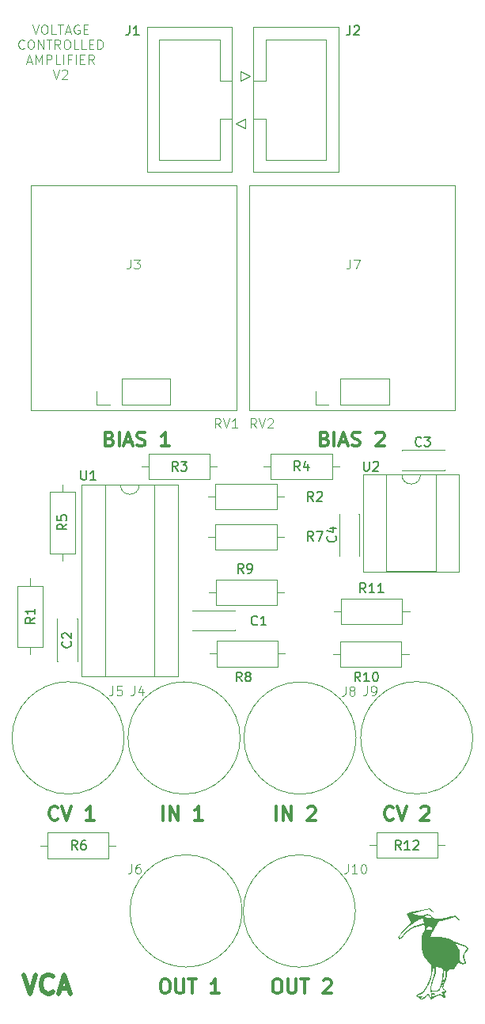
<source format=gbr>
%TF.GenerationSoftware,KiCad,Pcbnew,9.0.7*%
%TF.CreationDate,2026-02-08T19:41:06+11:00*%
%TF.ProjectId,voltage-controlled-amplifier,766f6c74-6167-4652-9d63-6f6e74726f6c,rev?*%
%TF.SameCoordinates,Original*%
%TF.FileFunction,Legend,Top*%
%TF.FilePolarity,Positive*%
%FSLAX46Y46*%
G04 Gerber Fmt 4.6, Leading zero omitted, Abs format (unit mm)*
G04 Created by KiCad (PCBNEW 9.0.7) date 2026-02-08 19:41:06*
%MOMM*%
%LPD*%
G01*
G04 APERTURE LIST*
%ADD10C,0.500000*%
%ADD11C,0.300000*%
%ADD12C,0.100000*%
%ADD13C,0.150000*%
%ADD14C,0.120000*%
%ADD15C,0.000000*%
G04 APERTURE END LIST*
D10*
X51319423Y-146829238D02*
X51986089Y-148829238D01*
X51986089Y-148829238D02*
X52652756Y-146829238D01*
X54462280Y-148638761D02*
X54367042Y-148734000D01*
X54367042Y-148734000D02*
X54081328Y-148829238D01*
X54081328Y-148829238D02*
X53890852Y-148829238D01*
X53890852Y-148829238D02*
X53605137Y-148734000D01*
X53605137Y-148734000D02*
X53414661Y-148543523D01*
X53414661Y-148543523D02*
X53319423Y-148353047D01*
X53319423Y-148353047D02*
X53224185Y-147972095D01*
X53224185Y-147972095D02*
X53224185Y-147686380D01*
X53224185Y-147686380D02*
X53319423Y-147305428D01*
X53319423Y-147305428D02*
X53414661Y-147114952D01*
X53414661Y-147114952D02*
X53605137Y-146924476D01*
X53605137Y-146924476D02*
X53890852Y-146829238D01*
X53890852Y-146829238D02*
X54081328Y-146829238D01*
X54081328Y-146829238D02*
X54367042Y-146924476D01*
X54367042Y-146924476D02*
X54462280Y-147019714D01*
X55224185Y-148257809D02*
X56176566Y-148257809D01*
X55033709Y-148829238D02*
X55700375Y-146829238D01*
X55700375Y-146829238D02*
X56367042Y-148829238D01*
D11*
X90868501Y-130174499D02*
X90797073Y-130245928D01*
X90797073Y-130245928D02*
X90582787Y-130317356D01*
X90582787Y-130317356D02*
X90439930Y-130317356D01*
X90439930Y-130317356D02*
X90225644Y-130245928D01*
X90225644Y-130245928D02*
X90082787Y-130103070D01*
X90082787Y-130103070D02*
X90011358Y-129960213D01*
X90011358Y-129960213D02*
X89939930Y-129674499D01*
X89939930Y-129674499D02*
X89939930Y-129460213D01*
X89939930Y-129460213D02*
X90011358Y-129174499D01*
X90011358Y-129174499D02*
X90082787Y-129031642D01*
X90082787Y-129031642D02*
X90225644Y-128888785D01*
X90225644Y-128888785D02*
X90439930Y-128817356D01*
X90439930Y-128817356D02*
X90582787Y-128817356D01*
X90582787Y-128817356D02*
X90797073Y-128888785D01*
X90797073Y-128888785D02*
X90868501Y-128960213D01*
X91297073Y-128817356D02*
X91797073Y-130317356D01*
X91797073Y-130317356D02*
X92297073Y-128817356D01*
X93868501Y-128960213D02*
X93939929Y-128888785D01*
X93939929Y-128888785D02*
X94082787Y-128817356D01*
X94082787Y-128817356D02*
X94439929Y-128817356D01*
X94439929Y-128817356D02*
X94582787Y-128888785D01*
X94582787Y-128888785D02*
X94654215Y-128960213D01*
X94654215Y-128960213D02*
X94725644Y-129103070D01*
X94725644Y-129103070D02*
X94725644Y-129245928D01*
X94725644Y-129245928D02*
X94654215Y-129460213D01*
X94654215Y-129460213D02*
X93797072Y-130317356D01*
X93797072Y-130317356D02*
X94725644Y-130317356D01*
X66261432Y-130320484D02*
X66261432Y-128820484D01*
X66975718Y-130320484D02*
X66975718Y-128820484D01*
X66975718Y-128820484D02*
X67832861Y-130320484D01*
X67832861Y-130320484D02*
X67832861Y-128820484D01*
X70475719Y-130320484D02*
X69618576Y-130320484D01*
X70047147Y-130320484D02*
X70047147Y-128820484D01*
X70047147Y-128820484D02*
X69904290Y-129034770D01*
X69904290Y-129034770D02*
X69761433Y-129177627D01*
X69761433Y-129177627D02*
X69618576Y-129249056D01*
X78340225Y-147300828D02*
X78625939Y-147300828D01*
X78625939Y-147300828D02*
X78768796Y-147372257D01*
X78768796Y-147372257D02*
X78911653Y-147515114D01*
X78911653Y-147515114D02*
X78983082Y-147800828D01*
X78983082Y-147800828D02*
X78983082Y-148300828D01*
X78983082Y-148300828D02*
X78911653Y-148586542D01*
X78911653Y-148586542D02*
X78768796Y-148729400D01*
X78768796Y-148729400D02*
X78625939Y-148800828D01*
X78625939Y-148800828D02*
X78340225Y-148800828D01*
X78340225Y-148800828D02*
X78197368Y-148729400D01*
X78197368Y-148729400D02*
X78054510Y-148586542D01*
X78054510Y-148586542D02*
X77983082Y-148300828D01*
X77983082Y-148300828D02*
X77983082Y-147800828D01*
X77983082Y-147800828D02*
X78054510Y-147515114D01*
X78054510Y-147515114D02*
X78197368Y-147372257D01*
X78197368Y-147372257D02*
X78340225Y-147300828D01*
X79625939Y-147300828D02*
X79625939Y-148515114D01*
X79625939Y-148515114D02*
X79697368Y-148657971D01*
X79697368Y-148657971D02*
X79768797Y-148729400D01*
X79768797Y-148729400D02*
X79911654Y-148800828D01*
X79911654Y-148800828D02*
X80197368Y-148800828D01*
X80197368Y-148800828D02*
X80340225Y-148729400D01*
X80340225Y-148729400D02*
X80411654Y-148657971D01*
X80411654Y-148657971D02*
X80483082Y-148515114D01*
X80483082Y-148515114D02*
X80483082Y-147300828D01*
X80983083Y-147300828D02*
X81840226Y-147300828D01*
X81411654Y-148800828D02*
X81411654Y-147300828D01*
X83411654Y-147443685D02*
X83483082Y-147372257D01*
X83483082Y-147372257D02*
X83625940Y-147300828D01*
X83625940Y-147300828D02*
X83983082Y-147300828D01*
X83983082Y-147300828D02*
X84125940Y-147372257D01*
X84125940Y-147372257D02*
X84197368Y-147443685D01*
X84197368Y-147443685D02*
X84268797Y-147586542D01*
X84268797Y-147586542D02*
X84268797Y-147729400D01*
X84268797Y-147729400D02*
X84197368Y-147943685D01*
X84197368Y-147943685D02*
X83340225Y-148800828D01*
X83340225Y-148800828D02*
X84268797Y-148800828D01*
X78385452Y-130333589D02*
X78385452Y-128833589D01*
X79099738Y-130333589D02*
X79099738Y-128833589D01*
X79099738Y-128833589D02*
X79956881Y-130333589D01*
X79956881Y-130333589D02*
X79956881Y-128833589D01*
X81742596Y-128976446D02*
X81814024Y-128905018D01*
X81814024Y-128905018D02*
X81956882Y-128833589D01*
X81956882Y-128833589D02*
X82314024Y-128833589D01*
X82314024Y-128833589D02*
X82456882Y-128905018D01*
X82456882Y-128905018D02*
X82528310Y-128976446D01*
X82528310Y-128976446D02*
X82599739Y-129119303D01*
X82599739Y-129119303D02*
X82599739Y-129262161D01*
X82599739Y-129262161D02*
X82528310Y-129476446D01*
X82528310Y-129476446D02*
X81671167Y-130333589D01*
X81671167Y-130333589D02*
X82599739Y-130333589D01*
X83554510Y-89515114D02*
X83768796Y-89586542D01*
X83768796Y-89586542D02*
X83840225Y-89657971D01*
X83840225Y-89657971D02*
X83911653Y-89800828D01*
X83911653Y-89800828D02*
X83911653Y-90015114D01*
X83911653Y-90015114D02*
X83840225Y-90157971D01*
X83840225Y-90157971D02*
X83768796Y-90229400D01*
X83768796Y-90229400D02*
X83625939Y-90300828D01*
X83625939Y-90300828D02*
X83054510Y-90300828D01*
X83054510Y-90300828D02*
X83054510Y-88800828D01*
X83054510Y-88800828D02*
X83554510Y-88800828D01*
X83554510Y-88800828D02*
X83697368Y-88872257D01*
X83697368Y-88872257D02*
X83768796Y-88943685D01*
X83768796Y-88943685D02*
X83840225Y-89086542D01*
X83840225Y-89086542D02*
X83840225Y-89229400D01*
X83840225Y-89229400D02*
X83768796Y-89372257D01*
X83768796Y-89372257D02*
X83697368Y-89443685D01*
X83697368Y-89443685D02*
X83554510Y-89515114D01*
X83554510Y-89515114D02*
X83054510Y-89515114D01*
X84554510Y-90300828D02*
X84554510Y-88800828D01*
X85197368Y-89872257D02*
X85911654Y-89872257D01*
X85054511Y-90300828D02*
X85554511Y-88800828D01*
X85554511Y-88800828D02*
X86054511Y-90300828D01*
X86483082Y-90229400D02*
X86697368Y-90300828D01*
X86697368Y-90300828D02*
X87054510Y-90300828D01*
X87054510Y-90300828D02*
X87197368Y-90229400D01*
X87197368Y-90229400D02*
X87268796Y-90157971D01*
X87268796Y-90157971D02*
X87340225Y-90015114D01*
X87340225Y-90015114D02*
X87340225Y-89872257D01*
X87340225Y-89872257D02*
X87268796Y-89729400D01*
X87268796Y-89729400D02*
X87197368Y-89657971D01*
X87197368Y-89657971D02*
X87054510Y-89586542D01*
X87054510Y-89586542D02*
X86768796Y-89515114D01*
X86768796Y-89515114D02*
X86625939Y-89443685D01*
X86625939Y-89443685D02*
X86554510Y-89372257D01*
X86554510Y-89372257D02*
X86483082Y-89229400D01*
X86483082Y-89229400D02*
X86483082Y-89086542D01*
X86483082Y-89086542D02*
X86554510Y-88943685D01*
X86554510Y-88943685D02*
X86625939Y-88872257D01*
X86625939Y-88872257D02*
X86768796Y-88800828D01*
X86768796Y-88800828D02*
X87125939Y-88800828D01*
X87125939Y-88800828D02*
X87340225Y-88872257D01*
X89054510Y-88943685D02*
X89125938Y-88872257D01*
X89125938Y-88872257D02*
X89268796Y-88800828D01*
X89268796Y-88800828D02*
X89625938Y-88800828D01*
X89625938Y-88800828D02*
X89768796Y-88872257D01*
X89768796Y-88872257D02*
X89840224Y-88943685D01*
X89840224Y-88943685D02*
X89911653Y-89086542D01*
X89911653Y-89086542D02*
X89911653Y-89229400D01*
X89911653Y-89229400D02*
X89840224Y-89443685D01*
X89840224Y-89443685D02*
X88983081Y-90300828D01*
X88983081Y-90300828D02*
X89911653Y-90300828D01*
X60554510Y-89515114D02*
X60768796Y-89586542D01*
X60768796Y-89586542D02*
X60840225Y-89657971D01*
X60840225Y-89657971D02*
X60911653Y-89800828D01*
X60911653Y-89800828D02*
X60911653Y-90015114D01*
X60911653Y-90015114D02*
X60840225Y-90157971D01*
X60840225Y-90157971D02*
X60768796Y-90229400D01*
X60768796Y-90229400D02*
X60625939Y-90300828D01*
X60625939Y-90300828D02*
X60054510Y-90300828D01*
X60054510Y-90300828D02*
X60054510Y-88800828D01*
X60054510Y-88800828D02*
X60554510Y-88800828D01*
X60554510Y-88800828D02*
X60697368Y-88872257D01*
X60697368Y-88872257D02*
X60768796Y-88943685D01*
X60768796Y-88943685D02*
X60840225Y-89086542D01*
X60840225Y-89086542D02*
X60840225Y-89229400D01*
X60840225Y-89229400D02*
X60768796Y-89372257D01*
X60768796Y-89372257D02*
X60697368Y-89443685D01*
X60697368Y-89443685D02*
X60554510Y-89515114D01*
X60554510Y-89515114D02*
X60054510Y-89515114D01*
X61554510Y-90300828D02*
X61554510Y-88800828D01*
X62197368Y-89872257D02*
X62911654Y-89872257D01*
X62054511Y-90300828D02*
X62554511Y-88800828D01*
X62554511Y-88800828D02*
X63054511Y-90300828D01*
X63483082Y-90229400D02*
X63697368Y-90300828D01*
X63697368Y-90300828D02*
X64054510Y-90300828D01*
X64054510Y-90300828D02*
X64197368Y-90229400D01*
X64197368Y-90229400D02*
X64268796Y-90157971D01*
X64268796Y-90157971D02*
X64340225Y-90015114D01*
X64340225Y-90015114D02*
X64340225Y-89872257D01*
X64340225Y-89872257D02*
X64268796Y-89729400D01*
X64268796Y-89729400D02*
X64197368Y-89657971D01*
X64197368Y-89657971D02*
X64054510Y-89586542D01*
X64054510Y-89586542D02*
X63768796Y-89515114D01*
X63768796Y-89515114D02*
X63625939Y-89443685D01*
X63625939Y-89443685D02*
X63554510Y-89372257D01*
X63554510Y-89372257D02*
X63483082Y-89229400D01*
X63483082Y-89229400D02*
X63483082Y-89086542D01*
X63483082Y-89086542D02*
X63554510Y-88943685D01*
X63554510Y-88943685D02*
X63625939Y-88872257D01*
X63625939Y-88872257D02*
X63768796Y-88800828D01*
X63768796Y-88800828D02*
X64125939Y-88800828D01*
X64125939Y-88800828D02*
X64340225Y-88872257D01*
X66911653Y-90300828D02*
X66054510Y-90300828D01*
X66483081Y-90300828D02*
X66483081Y-88800828D01*
X66483081Y-88800828D02*
X66340224Y-89015114D01*
X66340224Y-89015114D02*
X66197367Y-89157971D01*
X66197367Y-89157971D02*
X66054510Y-89229400D01*
X66340225Y-147300828D02*
X66625939Y-147300828D01*
X66625939Y-147300828D02*
X66768796Y-147372257D01*
X66768796Y-147372257D02*
X66911653Y-147515114D01*
X66911653Y-147515114D02*
X66983082Y-147800828D01*
X66983082Y-147800828D02*
X66983082Y-148300828D01*
X66983082Y-148300828D02*
X66911653Y-148586542D01*
X66911653Y-148586542D02*
X66768796Y-148729400D01*
X66768796Y-148729400D02*
X66625939Y-148800828D01*
X66625939Y-148800828D02*
X66340225Y-148800828D01*
X66340225Y-148800828D02*
X66197368Y-148729400D01*
X66197368Y-148729400D02*
X66054510Y-148586542D01*
X66054510Y-148586542D02*
X65983082Y-148300828D01*
X65983082Y-148300828D02*
X65983082Y-147800828D01*
X65983082Y-147800828D02*
X66054510Y-147515114D01*
X66054510Y-147515114D02*
X66197368Y-147372257D01*
X66197368Y-147372257D02*
X66340225Y-147300828D01*
X67625939Y-147300828D02*
X67625939Y-148515114D01*
X67625939Y-148515114D02*
X67697368Y-148657971D01*
X67697368Y-148657971D02*
X67768797Y-148729400D01*
X67768797Y-148729400D02*
X67911654Y-148800828D01*
X67911654Y-148800828D02*
X68197368Y-148800828D01*
X68197368Y-148800828D02*
X68340225Y-148729400D01*
X68340225Y-148729400D02*
X68411654Y-148657971D01*
X68411654Y-148657971D02*
X68483082Y-148515114D01*
X68483082Y-148515114D02*
X68483082Y-147300828D01*
X68983083Y-147300828D02*
X69840226Y-147300828D01*
X69411654Y-148800828D02*
X69411654Y-147300828D01*
X72268797Y-148800828D02*
X71411654Y-148800828D01*
X71840225Y-148800828D02*
X71840225Y-147300828D01*
X71840225Y-147300828D02*
X71697368Y-147515114D01*
X71697368Y-147515114D02*
X71554511Y-147657971D01*
X71554511Y-147657971D02*
X71411654Y-147729400D01*
X55002408Y-130152689D02*
X54930980Y-130224118D01*
X54930980Y-130224118D02*
X54716694Y-130295546D01*
X54716694Y-130295546D02*
X54573837Y-130295546D01*
X54573837Y-130295546D02*
X54359551Y-130224118D01*
X54359551Y-130224118D02*
X54216694Y-130081260D01*
X54216694Y-130081260D02*
X54145265Y-129938403D01*
X54145265Y-129938403D02*
X54073837Y-129652689D01*
X54073837Y-129652689D02*
X54073837Y-129438403D01*
X54073837Y-129438403D02*
X54145265Y-129152689D01*
X54145265Y-129152689D02*
X54216694Y-129009832D01*
X54216694Y-129009832D02*
X54359551Y-128866975D01*
X54359551Y-128866975D02*
X54573837Y-128795546D01*
X54573837Y-128795546D02*
X54716694Y-128795546D01*
X54716694Y-128795546D02*
X54930980Y-128866975D01*
X54930980Y-128866975D02*
X55002408Y-128938403D01*
X55430980Y-128795546D02*
X55930980Y-130295546D01*
X55930980Y-130295546D02*
X56430980Y-128795546D01*
X58859551Y-130295546D02*
X58002408Y-130295546D01*
X58430979Y-130295546D02*
X58430979Y-128795546D01*
X58430979Y-128795546D02*
X58288122Y-129009832D01*
X58288122Y-129009832D02*
X58145265Y-129152689D01*
X58145265Y-129152689D02*
X58002408Y-129224118D01*
D12*
X52276190Y-45242503D02*
X52609523Y-46242503D01*
X52609523Y-46242503D02*
X52942856Y-45242503D01*
X53466666Y-45242503D02*
X53657142Y-45242503D01*
X53657142Y-45242503D02*
X53752380Y-45290122D01*
X53752380Y-45290122D02*
X53847618Y-45385360D01*
X53847618Y-45385360D02*
X53895237Y-45575836D01*
X53895237Y-45575836D02*
X53895237Y-45909169D01*
X53895237Y-45909169D02*
X53847618Y-46099645D01*
X53847618Y-46099645D02*
X53752380Y-46194884D01*
X53752380Y-46194884D02*
X53657142Y-46242503D01*
X53657142Y-46242503D02*
X53466666Y-46242503D01*
X53466666Y-46242503D02*
X53371428Y-46194884D01*
X53371428Y-46194884D02*
X53276190Y-46099645D01*
X53276190Y-46099645D02*
X53228571Y-45909169D01*
X53228571Y-45909169D02*
X53228571Y-45575836D01*
X53228571Y-45575836D02*
X53276190Y-45385360D01*
X53276190Y-45385360D02*
X53371428Y-45290122D01*
X53371428Y-45290122D02*
X53466666Y-45242503D01*
X54799999Y-46242503D02*
X54323809Y-46242503D01*
X54323809Y-46242503D02*
X54323809Y-45242503D01*
X54990476Y-45242503D02*
X55561904Y-45242503D01*
X55276190Y-46242503D02*
X55276190Y-45242503D01*
X55847619Y-45956788D02*
X56323809Y-45956788D01*
X55752381Y-46242503D02*
X56085714Y-45242503D01*
X56085714Y-45242503D02*
X56419047Y-46242503D01*
X57276190Y-45290122D02*
X57180952Y-45242503D01*
X57180952Y-45242503D02*
X57038095Y-45242503D01*
X57038095Y-45242503D02*
X56895238Y-45290122D01*
X56895238Y-45290122D02*
X56800000Y-45385360D01*
X56800000Y-45385360D02*
X56752381Y-45480598D01*
X56752381Y-45480598D02*
X56704762Y-45671074D01*
X56704762Y-45671074D02*
X56704762Y-45813931D01*
X56704762Y-45813931D02*
X56752381Y-46004407D01*
X56752381Y-46004407D02*
X56800000Y-46099645D01*
X56800000Y-46099645D02*
X56895238Y-46194884D01*
X56895238Y-46194884D02*
X57038095Y-46242503D01*
X57038095Y-46242503D02*
X57133333Y-46242503D01*
X57133333Y-46242503D02*
X57276190Y-46194884D01*
X57276190Y-46194884D02*
X57323809Y-46147264D01*
X57323809Y-46147264D02*
X57323809Y-45813931D01*
X57323809Y-45813931D02*
X57133333Y-45813931D01*
X57752381Y-45718693D02*
X58085714Y-45718693D01*
X58228571Y-46242503D02*
X57752381Y-46242503D01*
X57752381Y-46242503D02*
X57752381Y-45242503D01*
X57752381Y-45242503D02*
X58228571Y-45242503D01*
X51395237Y-47757208D02*
X51347618Y-47804828D01*
X51347618Y-47804828D02*
X51204761Y-47852447D01*
X51204761Y-47852447D02*
X51109523Y-47852447D01*
X51109523Y-47852447D02*
X50966666Y-47804828D01*
X50966666Y-47804828D02*
X50871428Y-47709589D01*
X50871428Y-47709589D02*
X50823809Y-47614351D01*
X50823809Y-47614351D02*
X50776190Y-47423875D01*
X50776190Y-47423875D02*
X50776190Y-47281018D01*
X50776190Y-47281018D02*
X50823809Y-47090542D01*
X50823809Y-47090542D02*
X50871428Y-46995304D01*
X50871428Y-46995304D02*
X50966666Y-46900066D01*
X50966666Y-46900066D02*
X51109523Y-46852447D01*
X51109523Y-46852447D02*
X51204761Y-46852447D01*
X51204761Y-46852447D02*
X51347618Y-46900066D01*
X51347618Y-46900066D02*
X51395237Y-46947685D01*
X52014285Y-46852447D02*
X52204761Y-46852447D01*
X52204761Y-46852447D02*
X52299999Y-46900066D01*
X52299999Y-46900066D02*
X52395237Y-46995304D01*
X52395237Y-46995304D02*
X52442856Y-47185780D01*
X52442856Y-47185780D02*
X52442856Y-47519113D01*
X52442856Y-47519113D02*
X52395237Y-47709589D01*
X52395237Y-47709589D02*
X52299999Y-47804828D01*
X52299999Y-47804828D02*
X52204761Y-47852447D01*
X52204761Y-47852447D02*
X52014285Y-47852447D01*
X52014285Y-47852447D02*
X51919047Y-47804828D01*
X51919047Y-47804828D02*
X51823809Y-47709589D01*
X51823809Y-47709589D02*
X51776190Y-47519113D01*
X51776190Y-47519113D02*
X51776190Y-47185780D01*
X51776190Y-47185780D02*
X51823809Y-46995304D01*
X51823809Y-46995304D02*
X51919047Y-46900066D01*
X51919047Y-46900066D02*
X52014285Y-46852447D01*
X52871428Y-47852447D02*
X52871428Y-46852447D01*
X52871428Y-46852447D02*
X53442856Y-47852447D01*
X53442856Y-47852447D02*
X53442856Y-46852447D01*
X53776190Y-46852447D02*
X54347618Y-46852447D01*
X54061904Y-47852447D02*
X54061904Y-46852447D01*
X55252380Y-47852447D02*
X54919047Y-47376256D01*
X54680952Y-47852447D02*
X54680952Y-46852447D01*
X54680952Y-46852447D02*
X55061904Y-46852447D01*
X55061904Y-46852447D02*
X55157142Y-46900066D01*
X55157142Y-46900066D02*
X55204761Y-46947685D01*
X55204761Y-46947685D02*
X55252380Y-47042923D01*
X55252380Y-47042923D02*
X55252380Y-47185780D01*
X55252380Y-47185780D02*
X55204761Y-47281018D01*
X55204761Y-47281018D02*
X55157142Y-47328637D01*
X55157142Y-47328637D02*
X55061904Y-47376256D01*
X55061904Y-47376256D02*
X54680952Y-47376256D01*
X55871428Y-46852447D02*
X56061904Y-46852447D01*
X56061904Y-46852447D02*
X56157142Y-46900066D01*
X56157142Y-46900066D02*
X56252380Y-46995304D01*
X56252380Y-46995304D02*
X56299999Y-47185780D01*
X56299999Y-47185780D02*
X56299999Y-47519113D01*
X56299999Y-47519113D02*
X56252380Y-47709589D01*
X56252380Y-47709589D02*
X56157142Y-47804828D01*
X56157142Y-47804828D02*
X56061904Y-47852447D01*
X56061904Y-47852447D02*
X55871428Y-47852447D01*
X55871428Y-47852447D02*
X55776190Y-47804828D01*
X55776190Y-47804828D02*
X55680952Y-47709589D01*
X55680952Y-47709589D02*
X55633333Y-47519113D01*
X55633333Y-47519113D02*
X55633333Y-47185780D01*
X55633333Y-47185780D02*
X55680952Y-46995304D01*
X55680952Y-46995304D02*
X55776190Y-46900066D01*
X55776190Y-46900066D02*
X55871428Y-46852447D01*
X57204761Y-47852447D02*
X56728571Y-47852447D01*
X56728571Y-47852447D02*
X56728571Y-46852447D01*
X58014285Y-47852447D02*
X57538095Y-47852447D01*
X57538095Y-47852447D02*
X57538095Y-46852447D01*
X58347619Y-47328637D02*
X58680952Y-47328637D01*
X58823809Y-47852447D02*
X58347619Y-47852447D01*
X58347619Y-47852447D02*
X58347619Y-46852447D01*
X58347619Y-46852447D02*
X58823809Y-46852447D01*
X59252381Y-47852447D02*
X59252381Y-46852447D01*
X59252381Y-46852447D02*
X59490476Y-46852447D01*
X59490476Y-46852447D02*
X59633333Y-46900066D01*
X59633333Y-46900066D02*
X59728571Y-46995304D01*
X59728571Y-46995304D02*
X59776190Y-47090542D01*
X59776190Y-47090542D02*
X59823809Y-47281018D01*
X59823809Y-47281018D02*
X59823809Y-47423875D01*
X59823809Y-47423875D02*
X59776190Y-47614351D01*
X59776190Y-47614351D02*
X59728571Y-47709589D01*
X59728571Y-47709589D02*
X59633333Y-47804828D01*
X59633333Y-47804828D02*
X59490476Y-47852447D01*
X59490476Y-47852447D02*
X59252381Y-47852447D01*
X51728572Y-49176676D02*
X52204762Y-49176676D01*
X51633334Y-49462391D02*
X51966667Y-48462391D01*
X51966667Y-48462391D02*
X52300000Y-49462391D01*
X52633334Y-49462391D02*
X52633334Y-48462391D01*
X52633334Y-48462391D02*
X52966667Y-49176676D01*
X52966667Y-49176676D02*
X53300000Y-48462391D01*
X53300000Y-48462391D02*
X53300000Y-49462391D01*
X53776191Y-49462391D02*
X53776191Y-48462391D01*
X53776191Y-48462391D02*
X54157143Y-48462391D01*
X54157143Y-48462391D02*
X54252381Y-48510010D01*
X54252381Y-48510010D02*
X54300000Y-48557629D01*
X54300000Y-48557629D02*
X54347619Y-48652867D01*
X54347619Y-48652867D02*
X54347619Y-48795724D01*
X54347619Y-48795724D02*
X54300000Y-48890962D01*
X54300000Y-48890962D02*
X54252381Y-48938581D01*
X54252381Y-48938581D02*
X54157143Y-48986200D01*
X54157143Y-48986200D02*
X53776191Y-48986200D01*
X55252381Y-49462391D02*
X54776191Y-49462391D01*
X54776191Y-49462391D02*
X54776191Y-48462391D01*
X55585715Y-49462391D02*
X55585715Y-48462391D01*
X56395238Y-48938581D02*
X56061905Y-48938581D01*
X56061905Y-49462391D02*
X56061905Y-48462391D01*
X56061905Y-48462391D02*
X56538095Y-48462391D01*
X56919048Y-49462391D02*
X56919048Y-48462391D01*
X57395238Y-48938581D02*
X57728571Y-48938581D01*
X57871428Y-49462391D02*
X57395238Y-49462391D01*
X57395238Y-49462391D02*
X57395238Y-48462391D01*
X57395238Y-48462391D02*
X57871428Y-48462391D01*
X58871428Y-49462391D02*
X58538095Y-48986200D01*
X58300000Y-49462391D02*
X58300000Y-48462391D01*
X58300000Y-48462391D02*
X58680952Y-48462391D01*
X58680952Y-48462391D02*
X58776190Y-48510010D01*
X58776190Y-48510010D02*
X58823809Y-48557629D01*
X58823809Y-48557629D02*
X58871428Y-48652867D01*
X58871428Y-48652867D02*
X58871428Y-48795724D01*
X58871428Y-48795724D02*
X58823809Y-48890962D01*
X58823809Y-48890962D02*
X58776190Y-48938581D01*
X58776190Y-48938581D02*
X58680952Y-48986200D01*
X58680952Y-48986200D02*
X58300000Y-48986200D01*
X54490476Y-50072335D02*
X54823809Y-51072335D01*
X54823809Y-51072335D02*
X55157142Y-50072335D01*
X55442857Y-50167573D02*
X55490476Y-50119954D01*
X55490476Y-50119954D02*
X55585714Y-50072335D01*
X55585714Y-50072335D02*
X55823809Y-50072335D01*
X55823809Y-50072335D02*
X55919047Y-50119954D01*
X55919047Y-50119954D02*
X55966666Y-50167573D01*
X55966666Y-50167573D02*
X56014285Y-50262811D01*
X56014285Y-50262811D02*
X56014285Y-50358049D01*
X56014285Y-50358049D02*
X55966666Y-50500906D01*
X55966666Y-50500906D02*
X55395238Y-51072335D01*
X55395238Y-51072335D02*
X56014285Y-51072335D01*
D13*
X86266666Y-45354819D02*
X86266666Y-46069104D01*
X86266666Y-46069104D02*
X86219047Y-46211961D01*
X86219047Y-46211961D02*
X86123809Y-46307200D01*
X86123809Y-46307200D02*
X85980952Y-46354819D01*
X85980952Y-46354819D02*
X85885714Y-46354819D01*
X86695238Y-45450057D02*
X86742857Y-45402438D01*
X86742857Y-45402438D02*
X86838095Y-45354819D01*
X86838095Y-45354819D02*
X87076190Y-45354819D01*
X87076190Y-45354819D02*
X87171428Y-45402438D01*
X87171428Y-45402438D02*
X87219047Y-45450057D01*
X87219047Y-45450057D02*
X87266666Y-45545295D01*
X87266666Y-45545295D02*
X87266666Y-45640533D01*
X87266666Y-45640533D02*
X87219047Y-45783390D01*
X87219047Y-45783390D02*
X86647619Y-46354819D01*
X86647619Y-46354819D02*
X87266666Y-46354819D01*
D12*
X85766666Y-115996560D02*
X85766666Y-116710845D01*
X85766666Y-116710845D02*
X85719047Y-116853702D01*
X85719047Y-116853702D02*
X85623809Y-116948941D01*
X85623809Y-116948941D02*
X85480952Y-116996560D01*
X85480952Y-116996560D02*
X85385714Y-116996560D01*
X86385714Y-116425131D02*
X86290476Y-116377512D01*
X86290476Y-116377512D02*
X86242857Y-116329893D01*
X86242857Y-116329893D02*
X86195238Y-116234655D01*
X86195238Y-116234655D02*
X86195238Y-116187036D01*
X86195238Y-116187036D02*
X86242857Y-116091798D01*
X86242857Y-116091798D02*
X86290476Y-116044179D01*
X86290476Y-116044179D02*
X86385714Y-115996560D01*
X86385714Y-115996560D02*
X86576190Y-115996560D01*
X86576190Y-115996560D02*
X86671428Y-116044179D01*
X86671428Y-116044179D02*
X86719047Y-116091798D01*
X86719047Y-116091798D02*
X86766666Y-116187036D01*
X86766666Y-116187036D02*
X86766666Y-116234655D01*
X86766666Y-116234655D02*
X86719047Y-116329893D01*
X86719047Y-116329893D02*
X86671428Y-116377512D01*
X86671428Y-116377512D02*
X86576190Y-116425131D01*
X86576190Y-116425131D02*
X86385714Y-116425131D01*
X86385714Y-116425131D02*
X86290476Y-116472750D01*
X86290476Y-116472750D02*
X86242857Y-116520369D01*
X86242857Y-116520369D02*
X86195238Y-116615607D01*
X86195238Y-116615607D02*
X86195238Y-116806083D01*
X86195238Y-116806083D02*
X86242857Y-116901321D01*
X86242857Y-116901321D02*
X86290476Y-116948941D01*
X86290476Y-116948941D02*
X86385714Y-116996560D01*
X86385714Y-116996560D02*
X86576190Y-116996560D01*
X86576190Y-116996560D02*
X86671428Y-116948941D01*
X86671428Y-116948941D02*
X86719047Y-116901321D01*
X86719047Y-116901321D02*
X86766666Y-116806083D01*
X86766666Y-116806083D02*
X86766666Y-116615607D01*
X86766666Y-116615607D02*
X86719047Y-116520369D01*
X86719047Y-116520369D02*
X86671428Y-116472750D01*
X86671428Y-116472750D02*
X86576190Y-116425131D01*
D13*
X91706260Y-133460768D02*
X91372927Y-132984577D01*
X91134832Y-133460768D02*
X91134832Y-132460768D01*
X91134832Y-132460768D02*
X91515784Y-132460768D01*
X91515784Y-132460768D02*
X91611022Y-132508387D01*
X91611022Y-132508387D02*
X91658641Y-132556006D01*
X91658641Y-132556006D02*
X91706260Y-132651244D01*
X91706260Y-132651244D02*
X91706260Y-132794101D01*
X91706260Y-132794101D02*
X91658641Y-132889339D01*
X91658641Y-132889339D02*
X91611022Y-132936958D01*
X91611022Y-132936958D02*
X91515784Y-132984577D01*
X91515784Y-132984577D02*
X91134832Y-132984577D01*
X92658641Y-133460768D02*
X92087213Y-133460768D01*
X92372927Y-133460768D02*
X92372927Y-132460768D01*
X92372927Y-132460768D02*
X92277689Y-132603625D01*
X92277689Y-132603625D02*
X92182451Y-132698863D01*
X92182451Y-132698863D02*
X92087213Y-132746482D01*
X93039594Y-132556006D02*
X93087213Y-132508387D01*
X93087213Y-132508387D02*
X93182451Y-132460768D01*
X93182451Y-132460768D02*
X93420546Y-132460768D01*
X93420546Y-132460768D02*
X93515784Y-132508387D01*
X93515784Y-132508387D02*
X93563403Y-132556006D01*
X93563403Y-132556006D02*
X93611022Y-132651244D01*
X93611022Y-132651244D02*
X93611022Y-132746482D01*
X93611022Y-132746482D02*
X93563403Y-132889339D01*
X93563403Y-132889339D02*
X92991975Y-133460768D01*
X92991975Y-133460768D02*
X93611022Y-133460768D01*
X82333333Y-100412807D02*
X82000000Y-99936616D01*
X81761905Y-100412807D02*
X81761905Y-99412807D01*
X81761905Y-99412807D02*
X82142857Y-99412807D01*
X82142857Y-99412807D02*
X82238095Y-99460426D01*
X82238095Y-99460426D02*
X82285714Y-99508045D01*
X82285714Y-99508045D02*
X82333333Y-99603283D01*
X82333333Y-99603283D02*
X82333333Y-99746140D01*
X82333333Y-99746140D02*
X82285714Y-99841378D01*
X82285714Y-99841378D02*
X82238095Y-99888997D01*
X82238095Y-99888997D02*
X82142857Y-99936616D01*
X82142857Y-99936616D02*
X81761905Y-99936616D01*
X82666667Y-99412807D02*
X83333333Y-99412807D01*
X83333333Y-99412807D02*
X82904762Y-100412807D01*
D12*
X86027079Y-134988993D02*
X86027079Y-135703278D01*
X86027079Y-135703278D02*
X85979460Y-135846135D01*
X85979460Y-135846135D02*
X85884222Y-135941374D01*
X85884222Y-135941374D02*
X85741365Y-135988993D01*
X85741365Y-135988993D02*
X85646127Y-135988993D01*
X87027079Y-135988993D02*
X86455651Y-135988993D01*
X86741365Y-135988993D02*
X86741365Y-134988993D01*
X86741365Y-134988993D02*
X86646127Y-135131850D01*
X86646127Y-135131850D02*
X86550889Y-135227088D01*
X86550889Y-135227088D02*
X86455651Y-135274707D01*
X87646127Y-134988993D02*
X87741365Y-134988993D01*
X87741365Y-134988993D02*
X87836603Y-135036612D01*
X87836603Y-135036612D02*
X87884222Y-135084231D01*
X87884222Y-135084231D02*
X87931841Y-135179469D01*
X87931841Y-135179469D02*
X87979460Y-135369945D01*
X87979460Y-135369945D02*
X87979460Y-135608040D01*
X87979460Y-135608040D02*
X87931841Y-135798516D01*
X87931841Y-135798516D02*
X87884222Y-135893754D01*
X87884222Y-135893754D02*
X87836603Y-135941374D01*
X87836603Y-135941374D02*
X87741365Y-135988993D01*
X87741365Y-135988993D02*
X87646127Y-135988993D01*
X87646127Y-135988993D02*
X87550889Y-135941374D01*
X87550889Y-135941374D02*
X87503270Y-135893754D01*
X87503270Y-135893754D02*
X87455651Y-135798516D01*
X87455651Y-135798516D02*
X87408032Y-135608040D01*
X87408032Y-135608040D02*
X87408032Y-135369945D01*
X87408032Y-135369945D02*
X87455651Y-135179469D01*
X87455651Y-135179469D02*
X87503270Y-135084231D01*
X87503270Y-135084231D02*
X87550889Y-135036612D01*
X87550889Y-135036612D02*
X87646127Y-134988993D01*
D13*
X62666666Y-45349819D02*
X62666666Y-46064104D01*
X62666666Y-46064104D02*
X62619047Y-46206961D01*
X62619047Y-46206961D02*
X62523809Y-46302200D01*
X62523809Y-46302200D02*
X62380952Y-46349819D01*
X62380952Y-46349819D02*
X62285714Y-46349819D01*
X63666666Y-46349819D02*
X63095238Y-46349819D01*
X63380952Y-46349819D02*
X63380952Y-45349819D01*
X63380952Y-45349819D02*
X63285714Y-45492676D01*
X63285714Y-45492676D02*
X63190476Y-45587914D01*
X63190476Y-45587914D02*
X63095238Y-45635533D01*
X67833333Y-92954819D02*
X67500000Y-92478628D01*
X67261905Y-92954819D02*
X67261905Y-91954819D01*
X67261905Y-91954819D02*
X67642857Y-91954819D01*
X67642857Y-91954819D02*
X67738095Y-92002438D01*
X67738095Y-92002438D02*
X67785714Y-92050057D01*
X67785714Y-92050057D02*
X67833333Y-92145295D01*
X67833333Y-92145295D02*
X67833333Y-92288152D01*
X67833333Y-92288152D02*
X67785714Y-92383390D01*
X67785714Y-92383390D02*
X67738095Y-92431009D01*
X67738095Y-92431009D02*
X67642857Y-92478628D01*
X67642857Y-92478628D02*
X67261905Y-92478628D01*
X68166667Y-91954819D02*
X68785714Y-91954819D01*
X68785714Y-91954819D02*
X68452381Y-92335771D01*
X68452381Y-92335771D02*
X68595238Y-92335771D01*
X68595238Y-92335771D02*
X68690476Y-92383390D01*
X68690476Y-92383390D02*
X68738095Y-92431009D01*
X68738095Y-92431009D02*
X68785714Y-92526247D01*
X68785714Y-92526247D02*
X68785714Y-92764342D01*
X68785714Y-92764342D02*
X68738095Y-92859580D01*
X68738095Y-92859580D02*
X68690476Y-92907200D01*
X68690476Y-92907200D02*
X68595238Y-92954819D01*
X68595238Y-92954819D02*
X68309524Y-92954819D01*
X68309524Y-92954819D02*
X68214286Y-92907200D01*
X68214286Y-92907200D02*
X68166667Y-92859580D01*
X55933556Y-98625695D02*
X55457365Y-98959028D01*
X55933556Y-99197123D02*
X54933556Y-99197123D01*
X54933556Y-99197123D02*
X54933556Y-98816171D01*
X54933556Y-98816171D02*
X54981175Y-98720933D01*
X54981175Y-98720933D02*
X55028794Y-98673314D01*
X55028794Y-98673314D02*
X55124032Y-98625695D01*
X55124032Y-98625695D02*
X55266889Y-98625695D01*
X55266889Y-98625695D02*
X55362127Y-98673314D01*
X55362127Y-98673314D02*
X55409746Y-98720933D01*
X55409746Y-98720933D02*
X55457365Y-98816171D01*
X55457365Y-98816171D02*
X55457365Y-99197123D01*
X54933556Y-97720933D02*
X54933556Y-98197123D01*
X54933556Y-98197123D02*
X55409746Y-98244742D01*
X55409746Y-98244742D02*
X55362127Y-98197123D01*
X55362127Y-98197123D02*
X55314508Y-98101885D01*
X55314508Y-98101885D02*
X55314508Y-97863790D01*
X55314508Y-97863790D02*
X55362127Y-97768552D01*
X55362127Y-97768552D02*
X55409746Y-97720933D01*
X55409746Y-97720933D02*
X55504984Y-97673314D01*
X55504984Y-97673314D02*
X55743079Y-97673314D01*
X55743079Y-97673314D02*
X55838317Y-97720933D01*
X55838317Y-97720933D02*
X55885937Y-97768552D01*
X55885937Y-97768552D02*
X55933556Y-97863790D01*
X55933556Y-97863790D02*
X55933556Y-98101885D01*
X55933556Y-98101885D02*
X55885937Y-98197123D01*
X55885937Y-98197123D02*
X55838317Y-98244742D01*
X87738095Y-91954819D02*
X87738095Y-92764342D01*
X87738095Y-92764342D02*
X87785714Y-92859580D01*
X87785714Y-92859580D02*
X87833333Y-92907200D01*
X87833333Y-92907200D02*
X87928571Y-92954819D01*
X87928571Y-92954819D02*
X88119047Y-92954819D01*
X88119047Y-92954819D02*
X88214285Y-92907200D01*
X88214285Y-92907200D02*
X88261904Y-92859580D01*
X88261904Y-92859580D02*
X88309523Y-92764342D01*
X88309523Y-92764342D02*
X88309523Y-91954819D01*
X88738095Y-92050057D02*
X88785714Y-92002438D01*
X88785714Y-92002438D02*
X88880952Y-91954819D01*
X88880952Y-91954819D02*
X89119047Y-91954819D01*
X89119047Y-91954819D02*
X89214285Y-92002438D01*
X89214285Y-92002438D02*
X89261904Y-92050057D01*
X89261904Y-92050057D02*
X89309523Y-92145295D01*
X89309523Y-92145295D02*
X89309523Y-92240533D01*
X89309523Y-92240533D02*
X89261904Y-92383390D01*
X89261904Y-92383390D02*
X88690476Y-92954819D01*
X88690476Y-92954819D02*
X89309523Y-92954819D01*
X74847278Y-103886079D02*
X74513945Y-103409888D01*
X74275850Y-103886079D02*
X74275850Y-102886079D01*
X74275850Y-102886079D02*
X74656802Y-102886079D01*
X74656802Y-102886079D02*
X74752040Y-102933698D01*
X74752040Y-102933698D02*
X74799659Y-102981317D01*
X74799659Y-102981317D02*
X74847278Y-103076555D01*
X74847278Y-103076555D02*
X74847278Y-103219412D01*
X74847278Y-103219412D02*
X74799659Y-103314650D01*
X74799659Y-103314650D02*
X74752040Y-103362269D01*
X74752040Y-103362269D02*
X74656802Y-103409888D01*
X74656802Y-103409888D02*
X74275850Y-103409888D01*
X75323469Y-103886079D02*
X75513945Y-103886079D01*
X75513945Y-103886079D02*
X75609183Y-103838460D01*
X75609183Y-103838460D02*
X75656802Y-103790840D01*
X75656802Y-103790840D02*
X75752040Y-103647983D01*
X75752040Y-103647983D02*
X75799659Y-103457507D01*
X75799659Y-103457507D02*
X75799659Y-103076555D01*
X75799659Y-103076555D02*
X75752040Y-102981317D01*
X75752040Y-102981317D02*
X75704421Y-102933698D01*
X75704421Y-102933698D02*
X75609183Y-102886079D01*
X75609183Y-102886079D02*
X75418707Y-102886079D01*
X75418707Y-102886079D02*
X75323469Y-102933698D01*
X75323469Y-102933698D02*
X75275850Y-102981317D01*
X75275850Y-102981317D02*
X75228231Y-103076555D01*
X75228231Y-103076555D02*
X75228231Y-103314650D01*
X75228231Y-103314650D02*
X75275850Y-103409888D01*
X75275850Y-103409888D02*
X75323469Y-103457507D01*
X75323469Y-103457507D02*
X75418707Y-103505126D01*
X75418707Y-103505126D02*
X75609183Y-103505126D01*
X75609183Y-103505126D02*
X75704421Y-103457507D01*
X75704421Y-103457507D02*
X75752040Y-103409888D01*
X75752040Y-103409888D02*
X75799659Y-103314650D01*
X76333333Y-109359580D02*
X76285714Y-109407200D01*
X76285714Y-109407200D02*
X76142857Y-109454819D01*
X76142857Y-109454819D02*
X76047619Y-109454819D01*
X76047619Y-109454819D02*
X75904762Y-109407200D01*
X75904762Y-109407200D02*
X75809524Y-109311961D01*
X75809524Y-109311961D02*
X75761905Y-109216723D01*
X75761905Y-109216723D02*
X75714286Y-109026247D01*
X75714286Y-109026247D02*
X75714286Y-108883390D01*
X75714286Y-108883390D02*
X75761905Y-108692914D01*
X75761905Y-108692914D02*
X75809524Y-108597676D01*
X75809524Y-108597676D02*
X75904762Y-108502438D01*
X75904762Y-108502438D02*
X76047619Y-108454819D01*
X76047619Y-108454819D02*
X76142857Y-108454819D01*
X76142857Y-108454819D02*
X76285714Y-108502438D01*
X76285714Y-108502438D02*
X76333333Y-108550057D01*
X77285714Y-109454819D02*
X76714286Y-109454819D01*
X77000000Y-109454819D02*
X77000000Y-108454819D01*
X77000000Y-108454819D02*
X76904762Y-108597676D01*
X76904762Y-108597676D02*
X76809524Y-108692914D01*
X76809524Y-108692914D02*
X76714286Y-108740533D01*
D12*
X76219761Y-88352419D02*
X75886428Y-87876228D01*
X75648333Y-88352419D02*
X75648333Y-87352419D01*
X75648333Y-87352419D02*
X76029285Y-87352419D01*
X76029285Y-87352419D02*
X76124523Y-87400038D01*
X76124523Y-87400038D02*
X76172142Y-87447657D01*
X76172142Y-87447657D02*
X76219761Y-87542895D01*
X76219761Y-87542895D02*
X76219761Y-87685752D01*
X76219761Y-87685752D02*
X76172142Y-87780990D01*
X76172142Y-87780990D02*
X76124523Y-87828609D01*
X76124523Y-87828609D02*
X76029285Y-87876228D01*
X76029285Y-87876228D02*
X75648333Y-87876228D01*
X76505476Y-87352419D02*
X76838809Y-88352419D01*
X76838809Y-88352419D02*
X77172142Y-87352419D01*
X77457857Y-87447657D02*
X77505476Y-87400038D01*
X77505476Y-87400038D02*
X77600714Y-87352419D01*
X77600714Y-87352419D02*
X77838809Y-87352419D01*
X77838809Y-87352419D02*
X77934047Y-87400038D01*
X77934047Y-87400038D02*
X77981666Y-87447657D01*
X77981666Y-87447657D02*
X78029285Y-87542895D01*
X78029285Y-87542895D02*
X78029285Y-87638133D01*
X78029285Y-87638133D02*
X77981666Y-87780990D01*
X77981666Y-87780990D02*
X77410238Y-88352419D01*
X77410238Y-88352419D02*
X78029285Y-88352419D01*
D13*
X57065772Y-133446401D02*
X56732439Y-132970210D01*
X56494344Y-133446401D02*
X56494344Y-132446401D01*
X56494344Y-132446401D02*
X56875296Y-132446401D01*
X56875296Y-132446401D02*
X56970534Y-132494020D01*
X56970534Y-132494020D02*
X57018153Y-132541639D01*
X57018153Y-132541639D02*
X57065772Y-132636877D01*
X57065772Y-132636877D02*
X57065772Y-132779734D01*
X57065772Y-132779734D02*
X57018153Y-132874972D01*
X57018153Y-132874972D02*
X56970534Y-132922591D01*
X56970534Y-132922591D02*
X56875296Y-132970210D01*
X56875296Y-132970210D02*
X56494344Y-132970210D01*
X57922915Y-132446401D02*
X57732439Y-132446401D01*
X57732439Y-132446401D02*
X57637201Y-132494020D01*
X57637201Y-132494020D02*
X57589582Y-132541639D01*
X57589582Y-132541639D02*
X57494344Y-132684496D01*
X57494344Y-132684496D02*
X57446725Y-132874972D01*
X57446725Y-132874972D02*
X57446725Y-133255924D01*
X57446725Y-133255924D02*
X57494344Y-133351162D01*
X57494344Y-133351162D02*
X57541963Y-133398782D01*
X57541963Y-133398782D02*
X57637201Y-133446401D01*
X57637201Y-133446401D02*
X57827677Y-133446401D01*
X57827677Y-133446401D02*
X57922915Y-133398782D01*
X57922915Y-133398782D02*
X57970534Y-133351162D01*
X57970534Y-133351162D02*
X58018153Y-133255924D01*
X58018153Y-133255924D02*
X58018153Y-133017829D01*
X58018153Y-133017829D02*
X57970534Y-132922591D01*
X57970534Y-132922591D02*
X57922915Y-132874972D01*
X57922915Y-132874972D02*
X57827677Y-132827353D01*
X57827677Y-132827353D02*
X57637201Y-132827353D01*
X57637201Y-132827353D02*
X57541963Y-132874972D01*
X57541963Y-132874972D02*
X57494344Y-132922591D01*
X57494344Y-132922591D02*
X57446725Y-133017829D01*
D12*
X88065732Y-115963569D02*
X88065732Y-116677854D01*
X88065732Y-116677854D02*
X88018113Y-116820711D01*
X88018113Y-116820711D02*
X87922875Y-116915950D01*
X87922875Y-116915950D02*
X87780018Y-116963569D01*
X87780018Y-116963569D02*
X87684780Y-116963569D01*
X88589542Y-116963569D02*
X88780018Y-116963569D01*
X88780018Y-116963569D02*
X88875256Y-116915950D01*
X88875256Y-116915950D02*
X88922875Y-116868330D01*
X88922875Y-116868330D02*
X89018113Y-116725473D01*
X89018113Y-116725473D02*
X89065732Y-116534997D01*
X89065732Y-116534997D02*
X89065732Y-116154045D01*
X89065732Y-116154045D02*
X89018113Y-116058807D01*
X89018113Y-116058807D02*
X88970494Y-116011188D01*
X88970494Y-116011188D02*
X88875256Y-115963569D01*
X88875256Y-115963569D02*
X88684780Y-115963569D01*
X88684780Y-115963569D02*
X88589542Y-116011188D01*
X88589542Y-116011188D02*
X88541923Y-116058807D01*
X88541923Y-116058807D02*
X88494304Y-116154045D01*
X88494304Y-116154045D02*
X88494304Y-116392140D01*
X88494304Y-116392140D02*
X88541923Y-116487378D01*
X88541923Y-116487378D02*
X88589542Y-116534997D01*
X88589542Y-116534997D02*
X88684780Y-116582616D01*
X88684780Y-116582616D02*
X88875256Y-116582616D01*
X88875256Y-116582616D02*
X88970494Y-116534997D01*
X88970494Y-116534997D02*
X89018113Y-116487378D01*
X89018113Y-116487378D02*
X89065732Y-116392140D01*
D13*
X87357142Y-115454819D02*
X87023809Y-114978628D01*
X86785714Y-115454819D02*
X86785714Y-114454819D01*
X86785714Y-114454819D02*
X87166666Y-114454819D01*
X87166666Y-114454819D02*
X87261904Y-114502438D01*
X87261904Y-114502438D02*
X87309523Y-114550057D01*
X87309523Y-114550057D02*
X87357142Y-114645295D01*
X87357142Y-114645295D02*
X87357142Y-114788152D01*
X87357142Y-114788152D02*
X87309523Y-114883390D01*
X87309523Y-114883390D02*
X87261904Y-114931009D01*
X87261904Y-114931009D02*
X87166666Y-114978628D01*
X87166666Y-114978628D02*
X86785714Y-114978628D01*
X88309523Y-115454819D02*
X87738095Y-115454819D01*
X88023809Y-115454819D02*
X88023809Y-114454819D01*
X88023809Y-114454819D02*
X87928571Y-114597676D01*
X87928571Y-114597676D02*
X87833333Y-114692914D01*
X87833333Y-114692914D02*
X87738095Y-114740533D01*
X88928571Y-114454819D02*
X89023809Y-114454819D01*
X89023809Y-114454819D02*
X89119047Y-114502438D01*
X89119047Y-114502438D02*
X89166666Y-114550057D01*
X89166666Y-114550057D02*
X89214285Y-114645295D01*
X89214285Y-114645295D02*
X89261904Y-114835771D01*
X89261904Y-114835771D02*
X89261904Y-115073866D01*
X89261904Y-115073866D02*
X89214285Y-115264342D01*
X89214285Y-115264342D02*
X89166666Y-115359580D01*
X89166666Y-115359580D02*
X89119047Y-115407200D01*
X89119047Y-115407200D02*
X89023809Y-115454819D01*
X89023809Y-115454819D02*
X88928571Y-115454819D01*
X88928571Y-115454819D02*
X88833333Y-115407200D01*
X88833333Y-115407200D02*
X88785714Y-115359580D01*
X88785714Y-115359580D02*
X88738095Y-115264342D01*
X88738095Y-115264342D02*
X88690476Y-115073866D01*
X88690476Y-115073866D02*
X88690476Y-114835771D01*
X88690476Y-114835771D02*
X88738095Y-114645295D01*
X88738095Y-114645295D02*
X88785714Y-114550057D01*
X88785714Y-114550057D02*
X88833333Y-114502438D01*
X88833333Y-114502438D02*
X88928571Y-114454819D01*
D12*
X63166666Y-115957419D02*
X63166666Y-116671704D01*
X63166666Y-116671704D02*
X63119047Y-116814561D01*
X63119047Y-116814561D02*
X63023809Y-116909800D01*
X63023809Y-116909800D02*
X62880952Y-116957419D01*
X62880952Y-116957419D02*
X62785714Y-116957419D01*
X64071428Y-116290752D02*
X64071428Y-116957419D01*
X63833333Y-115909800D02*
X63595238Y-116624085D01*
X63595238Y-116624085D02*
X64214285Y-116624085D01*
X86246666Y-70352419D02*
X86246666Y-71066704D01*
X86246666Y-71066704D02*
X86199047Y-71209561D01*
X86199047Y-71209561D02*
X86103809Y-71304800D01*
X86103809Y-71304800D02*
X85960952Y-71352419D01*
X85960952Y-71352419D02*
X85865714Y-71352419D01*
X86627619Y-70352419D02*
X87294285Y-70352419D01*
X87294285Y-70352419D02*
X86865714Y-71352419D01*
D13*
X87937142Y-105954819D02*
X87603809Y-105478628D01*
X87365714Y-105954819D02*
X87365714Y-104954819D01*
X87365714Y-104954819D02*
X87746666Y-104954819D01*
X87746666Y-104954819D02*
X87841904Y-105002438D01*
X87841904Y-105002438D02*
X87889523Y-105050057D01*
X87889523Y-105050057D02*
X87937142Y-105145295D01*
X87937142Y-105145295D02*
X87937142Y-105288152D01*
X87937142Y-105288152D02*
X87889523Y-105383390D01*
X87889523Y-105383390D02*
X87841904Y-105431009D01*
X87841904Y-105431009D02*
X87746666Y-105478628D01*
X87746666Y-105478628D02*
X87365714Y-105478628D01*
X88889523Y-105954819D02*
X88318095Y-105954819D01*
X88603809Y-105954819D02*
X88603809Y-104954819D01*
X88603809Y-104954819D02*
X88508571Y-105097676D01*
X88508571Y-105097676D02*
X88413333Y-105192914D01*
X88413333Y-105192914D02*
X88318095Y-105240533D01*
X89841904Y-105954819D02*
X89270476Y-105954819D01*
X89556190Y-105954819D02*
X89556190Y-104954819D01*
X89556190Y-104954819D02*
X89460952Y-105097676D01*
X89460952Y-105097676D02*
X89365714Y-105192914D01*
X89365714Y-105192914D02*
X89270476Y-105240533D01*
X82333333Y-96184362D02*
X82000000Y-95708171D01*
X81761905Y-96184362D02*
X81761905Y-95184362D01*
X81761905Y-95184362D02*
X82142857Y-95184362D01*
X82142857Y-95184362D02*
X82238095Y-95231981D01*
X82238095Y-95231981D02*
X82285714Y-95279600D01*
X82285714Y-95279600D02*
X82333333Y-95374838D01*
X82333333Y-95374838D02*
X82333333Y-95517695D01*
X82333333Y-95517695D02*
X82285714Y-95612933D01*
X82285714Y-95612933D02*
X82238095Y-95660552D01*
X82238095Y-95660552D02*
X82142857Y-95708171D01*
X82142857Y-95708171D02*
X81761905Y-95708171D01*
X82714286Y-95279600D02*
X82761905Y-95231981D01*
X82761905Y-95231981D02*
X82857143Y-95184362D01*
X82857143Y-95184362D02*
X83095238Y-95184362D01*
X83095238Y-95184362D02*
X83190476Y-95231981D01*
X83190476Y-95231981D02*
X83238095Y-95279600D01*
X83238095Y-95279600D02*
X83285714Y-95374838D01*
X83285714Y-95374838D02*
X83285714Y-95470076D01*
X83285714Y-95470076D02*
X83238095Y-95612933D01*
X83238095Y-95612933D02*
X82666667Y-96184362D01*
X82666667Y-96184362D02*
X83285714Y-96184362D01*
D12*
X60866666Y-115957419D02*
X60866666Y-116671704D01*
X60866666Y-116671704D02*
X60819047Y-116814561D01*
X60819047Y-116814561D02*
X60723809Y-116909800D01*
X60723809Y-116909800D02*
X60580952Y-116957419D01*
X60580952Y-116957419D02*
X60485714Y-116957419D01*
X61819047Y-115957419D02*
X61342857Y-115957419D01*
X61342857Y-115957419D02*
X61295238Y-116433609D01*
X61295238Y-116433609D02*
X61342857Y-116385990D01*
X61342857Y-116385990D02*
X61438095Y-116338371D01*
X61438095Y-116338371D02*
X61676190Y-116338371D01*
X61676190Y-116338371D02*
X61771428Y-116385990D01*
X61771428Y-116385990D02*
X61819047Y-116433609D01*
X61819047Y-116433609D02*
X61866666Y-116528847D01*
X61866666Y-116528847D02*
X61866666Y-116766942D01*
X61866666Y-116766942D02*
X61819047Y-116862180D01*
X61819047Y-116862180D02*
X61771428Y-116909800D01*
X61771428Y-116909800D02*
X61676190Y-116957419D01*
X61676190Y-116957419D02*
X61438095Y-116957419D01*
X61438095Y-116957419D02*
X61342857Y-116909800D01*
X61342857Y-116909800D02*
X61295238Y-116862180D01*
D13*
X84703828Y-99922374D02*
X84751448Y-99969993D01*
X84751448Y-99969993D02*
X84799067Y-100112850D01*
X84799067Y-100112850D02*
X84799067Y-100208088D01*
X84799067Y-100208088D02*
X84751448Y-100350945D01*
X84751448Y-100350945D02*
X84656209Y-100446183D01*
X84656209Y-100446183D02*
X84560971Y-100493802D01*
X84560971Y-100493802D02*
X84370495Y-100541421D01*
X84370495Y-100541421D02*
X84227638Y-100541421D01*
X84227638Y-100541421D02*
X84037162Y-100493802D01*
X84037162Y-100493802D02*
X83941924Y-100446183D01*
X83941924Y-100446183D02*
X83846686Y-100350945D01*
X83846686Y-100350945D02*
X83799067Y-100208088D01*
X83799067Y-100208088D02*
X83799067Y-100112850D01*
X83799067Y-100112850D02*
X83846686Y-99969993D01*
X83846686Y-99969993D02*
X83894305Y-99922374D01*
X84132400Y-99065231D02*
X84799067Y-99065231D01*
X83751448Y-99303326D02*
X84465733Y-99541421D01*
X84465733Y-99541421D02*
X84465733Y-98922374D01*
X56354877Y-111211528D02*
X56402497Y-111259147D01*
X56402497Y-111259147D02*
X56450116Y-111402004D01*
X56450116Y-111402004D02*
X56450116Y-111497242D01*
X56450116Y-111497242D02*
X56402497Y-111640099D01*
X56402497Y-111640099D02*
X56307258Y-111735337D01*
X56307258Y-111735337D02*
X56212020Y-111782956D01*
X56212020Y-111782956D02*
X56021544Y-111830575D01*
X56021544Y-111830575D02*
X55878687Y-111830575D01*
X55878687Y-111830575D02*
X55688211Y-111782956D01*
X55688211Y-111782956D02*
X55592973Y-111735337D01*
X55592973Y-111735337D02*
X55497735Y-111640099D01*
X55497735Y-111640099D02*
X55450116Y-111497242D01*
X55450116Y-111497242D02*
X55450116Y-111402004D01*
X55450116Y-111402004D02*
X55497735Y-111259147D01*
X55497735Y-111259147D02*
X55545354Y-111211528D01*
X55545354Y-110830575D02*
X55497735Y-110782956D01*
X55497735Y-110782956D02*
X55450116Y-110687718D01*
X55450116Y-110687718D02*
X55450116Y-110449623D01*
X55450116Y-110449623D02*
X55497735Y-110354385D01*
X55497735Y-110354385D02*
X55545354Y-110306766D01*
X55545354Y-110306766D02*
X55640592Y-110259147D01*
X55640592Y-110259147D02*
X55735830Y-110259147D01*
X55735830Y-110259147D02*
X55878687Y-110306766D01*
X55878687Y-110306766D02*
X56450116Y-110878194D01*
X56450116Y-110878194D02*
X56450116Y-110259147D01*
D12*
X62756198Y-70352419D02*
X62756198Y-71066704D01*
X62756198Y-71066704D02*
X62708579Y-71209561D01*
X62708579Y-71209561D02*
X62613341Y-71304800D01*
X62613341Y-71304800D02*
X62470484Y-71352419D01*
X62470484Y-71352419D02*
X62375246Y-71352419D01*
X63137151Y-70352419D02*
X63756198Y-70352419D01*
X63756198Y-70352419D02*
X63422865Y-70733371D01*
X63422865Y-70733371D02*
X63565722Y-70733371D01*
X63565722Y-70733371D02*
X63660960Y-70780990D01*
X63660960Y-70780990D02*
X63708579Y-70828609D01*
X63708579Y-70828609D02*
X63756198Y-70923847D01*
X63756198Y-70923847D02*
X63756198Y-71161942D01*
X63756198Y-71161942D02*
X63708579Y-71257180D01*
X63708579Y-71257180D02*
X63660960Y-71304800D01*
X63660960Y-71304800D02*
X63565722Y-71352419D01*
X63565722Y-71352419D02*
X63280008Y-71352419D01*
X63280008Y-71352419D02*
X63184770Y-71304800D01*
X63184770Y-71304800D02*
X63137151Y-71257180D01*
D13*
X52512665Y-108631811D02*
X52036474Y-108965144D01*
X52512665Y-109203239D02*
X51512665Y-109203239D01*
X51512665Y-109203239D02*
X51512665Y-108822287D01*
X51512665Y-108822287D02*
X51560284Y-108727049D01*
X51560284Y-108727049D02*
X51607903Y-108679430D01*
X51607903Y-108679430D02*
X51703141Y-108631811D01*
X51703141Y-108631811D02*
X51845998Y-108631811D01*
X51845998Y-108631811D02*
X51941236Y-108679430D01*
X51941236Y-108679430D02*
X51988855Y-108727049D01*
X51988855Y-108727049D02*
X52036474Y-108822287D01*
X52036474Y-108822287D02*
X52036474Y-109203239D01*
X52512665Y-107679430D02*
X52512665Y-108250858D01*
X52512665Y-107965144D02*
X51512665Y-107965144D01*
X51512665Y-107965144D02*
X51655522Y-108060382D01*
X51655522Y-108060382D02*
X51750760Y-108155620D01*
X51750760Y-108155620D02*
X51798379Y-108250858D01*
D12*
X62878110Y-134979600D02*
X62878110Y-135693885D01*
X62878110Y-135693885D02*
X62830491Y-135836742D01*
X62830491Y-135836742D02*
X62735253Y-135931981D01*
X62735253Y-135931981D02*
X62592396Y-135979600D01*
X62592396Y-135979600D02*
X62497158Y-135979600D01*
X63782872Y-134979600D02*
X63592396Y-134979600D01*
X63592396Y-134979600D02*
X63497158Y-135027219D01*
X63497158Y-135027219D02*
X63449539Y-135074838D01*
X63449539Y-135074838D02*
X63354301Y-135217695D01*
X63354301Y-135217695D02*
X63306682Y-135408171D01*
X63306682Y-135408171D02*
X63306682Y-135789123D01*
X63306682Y-135789123D02*
X63354301Y-135884361D01*
X63354301Y-135884361D02*
X63401920Y-135931981D01*
X63401920Y-135931981D02*
X63497158Y-135979600D01*
X63497158Y-135979600D02*
X63687634Y-135979600D01*
X63687634Y-135979600D02*
X63782872Y-135931981D01*
X63782872Y-135931981D02*
X63830491Y-135884361D01*
X63830491Y-135884361D02*
X63878110Y-135789123D01*
X63878110Y-135789123D02*
X63878110Y-135551028D01*
X63878110Y-135551028D02*
X63830491Y-135455790D01*
X63830491Y-135455790D02*
X63782872Y-135408171D01*
X63782872Y-135408171D02*
X63687634Y-135360552D01*
X63687634Y-135360552D02*
X63497158Y-135360552D01*
X63497158Y-135360552D02*
X63401920Y-135408171D01*
X63401920Y-135408171D02*
X63354301Y-135455790D01*
X63354301Y-135455790D02*
X63306682Y-135551028D01*
X72404761Y-88352419D02*
X72071428Y-87876228D01*
X71833333Y-88352419D02*
X71833333Y-87352419D01*
X71833333Y-87352419D02*
X72214285Y-87352419D01*
X72214285Y-87352419D02*
X72309523Y-87400038D01*
X72309523Y-87400038D02*
X72357142Y-87447657D01*
X72357142Y-87447657D02*
X72404761Y-87542895D01*
X72404761Y-87542895D02*
X72404761Y-87685752D01*
X72404761Y-87685752D02*
X72357142Y-87780990D01*
X72357142Y-87780990D02*
X72309523Y-87828609D01*
X72309523Y-87828609D02*
X72214285Y-87876228D01*
X72214285Y-87876228D02*
X71833333Y-87876228D01*
X72690476Y-87352419D02*
X73023809Y-88352419D01*
X73023809Y-88352419D02*
X73357142Y-87352419D01*
X74214285Y-88352419D02*
X73642857Y-88352419D01*
X73928571Y-88352419D02*
X73928571Y-87352419D01*
X73928571Y-87352419D02*
X73833333Y-87495276D01*
X73833333Y-87495276D02*
X73738095Y-87590514D01*
X73738095Y-87590514D02*
X73642857Y-87638133D01*
D13*
X74673471Y-115454819D02*
X74340138Y-114978628D01*
X74102043Y-115454819D02*
X74102043Y-114454819D01*
X74102043Y-114454819D02*
X74482995Y-114454819D01*
X74482995Y-114454819D02*
X74578233Y-114502438D01*
X74578233Y-114502438D02*
X74625852Y-114550057D01*
X74625852Y-114550057D02*
X74673471Y-114645295D01*
X74673471Y-114645295D02*
X74673471Y-114788152D01*
X74673471Y-114788152D02*
X74625852Y-114883390D01*
X74625852Y-114883390D02*
X74578233Y-114931009D01*
X74578233Y-114931009D02*
X74482995Y-114978628D01*
X74482995Y-114978628D02*
X74102043Y-114978628D01*
X75244900Y-114883390D02*
X75149662Y-114835771D01*
X75149662Y-114835771D02*
X75102043Y-114788152D01*
X75102043Y-114788152D02*
X75054424Y-114692914D01*
X75054424Y-114692914D02*
X75054424Y-114645295D01*
X75054424Y-114645295D02*
X75102043Y-114550057D01*
X75102043Y-114550057D02*
X75149662Y-114502438D01*
X75149662Y-114502438D02*
X75244900Y-114454819D01*
X75244900Y-114454819D02*
X75435376Y-114454819D01*
X75435376Y-114454819D02*
X75530614Y-114502438D01*
X75530614Y-114502438D02*
X75578233Y-114550057D01*
X75578233Y-114550057D02*
X75625852Y-114645295D01*
X75625852Y-114645295D02*
X75625852Y-114692914D01*
X75625852Y-114692914D02*
X75578233Y-114788152D01*
X75578233Y-114788152D02*
X75530614Y-114835771D01*
X75530614Y-114835771D02*
X75435376Y-114883390D01*
X75435376Y-114883390D02*
X75244900Y-114883390D01*
X75244900Y-114883390D02*
X75149662Y-114931009D01*
X75149662Y-114931009D02*
X75102043Y-114978628D01*
X75102043Y-114978628D02*
X75054424Y-115073866D01*
X75054424Y-115073866D02*
X75054424Y-115264342D01*
X75054424Y-115264342D02*
X75102043Y-115359580D01*
X75102043Y-115359580D02*
X75149662Y-115407200D01*
X75149662Y-115407200D02*
X75244900Y-115454819D01*
X75244900Y-115454819D02*
X75435376Y-115454819D01*
X75435376Y-115454819D02*
X75530614Y-115407200D01*
X75530614Y-115407200D02*
X75578233Y-115359580D01*
X75578233Y-115359580D02*
X75625852Y-115264342D01*
X75625852Y-115264342D02*
X75625852Y-115073866D01*
X75625852Y-115073866D02*
X75578233Y-114978628D01*
X75578233Y-114978628D02*
X75530614Y-114931009D01*
X75530614Y-114931009D02*
X75435376Y-114883390D01*
X80905867Y-92924717D02*
X80572534Y-92448526D01*
X80334439Y-92924717D02*
X80334439Y-91924717D01*
X80334439Y-91924717D02*
X80715391Y-91924717D01*
X80715391Y-91924717D02*
X80810629Y-91972336D01*
X80810629Y-91972336D02*
X80858248Y-92019955D01*
X80858248Y-92019955D02*
X80905867Y-92115193D01*
X80905867Y-92115193D02*
X80905867Y-92258050D01*
X80905867Y-92258050D02*
X80858248Y-92353288D01*
X80858248Y-92353288D02*
X80810629Y-92400907D01*
X80810629Y-92400907D02*
X80715391Y-92448526D01*
X80715391Y-92448526D02*
X80334439Y-92448526D01*
X81763010Y-92258050D02*
X81763010Y-92924717D01*
X81524915Y-91877098D02*
X81286820Y-92591383D01*
X81286820Y-92591383D02*
X81905867Y-92591383D01*
X93874522Y-90232069D02*
X93826903Y-90279689D01*
X93826903Y-90279689D02*
X93684046Y-90327308D01*
X93684046Y-90327308D02*
X93588808Y-90327308D01*
X93588808Y-90327308D02*
X93445951Y-90279689D01*
X93445951Y-90279689D02*
X93350713Y-90184450D01*
X93350713Y-90184450D02*
X93303094Y-90089212D01*
X93303094Y-90089212D02*
X93255475Y-89898736D01*
X93255475Y-89898736D02*
X93255475Y-89755879D01*
X93255475Y-89755879D02*
X93303094Y-89565403D01*
X93303094Y-89565403D02*
X93350713Y-89470165D01*
X93350713Y-89470165D02*
X93445951Y-89374927D01*
X93445951Y-89374927D02*
X93588808Y-89327308D01*
X93588808Y-89327308D02*
X93684046Y-89327308D01*
X93684046Y-89327308D02*
X93826903Y-89374927D01*
X93826903Y-89374927D02*
X93874522Y-89422546D01*
X94207856Y-89327308D02*
X94826903Y-89327308D01*
X94826903Y-89327308D02*
X94493570Y-89708260D01*
X94493570Y-89708260D02*
X94636427Y-89708260D01*
X94636427Y-89708260D02*
X94731665Y-89755879D01*
X94731665Y-89755879D02*
X94779284Y-89803498D01*
X94779284Y-89803498D02*
X94826903Y-89898736D01*
X94826903Y-89898736D02*
X94826903Y-90136831D01*
X94826903Y-90136831D02*
X94779284Y-90232069D01*
X94779284Y-90232069D02*
X94731665Y-90279689D01*
X94731665Y-90279689D02*
X94636427Y-90327308D01*
X94636427Y-90327308D02*
X94350713Y-90327308D01*
X94350713Y-90327308D02*
X94255475Y-90279689D01*
X94255475Y-90279689D02*
X94207856Y-90232069D01*
X57475813Y-92923605D02*
X57475813Y-93733128D01*
X57475813Y-93733128D02*
X57523432Y-93828366D01*
X57523432Y-93828366D02*
X57571051Y-93875986D01*
X57571051Y-93875986D02*
X57666289Y-93923605D01*
X57666289Y-93923605D02*
X57856765Y-93923605D01*
X57856765Y-93923605D02*
X57952003Y-93875986D01*
X57952003Y-93875986D02*
X57999622Y-93828366D01*
X57999622Y-93828366D02*
X58047241Y-93733128D01*
X58047241Y-93733128D02*
X58047241Y-92923605D01*
X59047241Y-93923605D02*
X58475813Y-93923605D01*
X58761527Y-93923605D02*
X58761527Y-92923605D01*
X58761527Y-92923605D02*
X58666289Y-93066462D01*
X58666289Y-93066462D02*
X58571051Y-93161700D01*
X58571051Y-93161700D02*
X58475813Y-93209319D01*
D14*
%TO.C,J2*%
X85030000Y-61010000D02*
X75910000Y-61010000D01*
X85030000Y-45510000D02*
X85030000Y-61010000D01*
X83720000Y-59710000D02*
X77220000Y-59710000D01*
X83720000Y-46810000D02*
X83720000Y-59710000D01*
X77220000Y-59710000D02*
X77220000Y-55310000D01*
X77220000Y-55310000D02*
X75910000Y-55310000D01*
X77220000Y-51210000D02*
X77220000Y-46810000D01*
X77220000Y-46810000D02*
X83720000Y-46810000D01*
X75910000Y-61010000D02*
X75910000Y-45510000D01*
X75910000Y-51210000D02*
X77220000Y-51210000D01*
X75910000Y-45510000D02*
X85030000Y-45510000D01*
X75520000Y-50720000D02*
X74520000Y-50220000D01*
X74520000Y-51220000D02*
X75520000Y-50720000D01*
X74520000Y-50220000D02*
X74520000Y-51220000D01*
D12*
%TO.C,J8*%
X86909369Y-121514203D02*
G75*
G02*
X74909369Y-121514203I-6000000J0D01*
G01*
X74909369Y-121514203D02*
G75*
G02*
X86909369Y-121514203I6000000J0D01*
G01*
D14*
%TO.C,R12*%
X88309118Y-132963937D02*
X89079118Y-132963937D01*
X96389118Y-132963937D02*
X95619118Y-132963937D01*
X95619118Y-134333937D02*
X89079118Y-134333937D01*
X89079118Y-131593937D01*
X95619118Y-131593937D01*
X95619118Y-134333937D01*
%TO.C,R7*%
X71091822Y-100000000D02*
X71861822Y-100000000D01*
X79171822Y-100000000D02*
X78401822Y-100000000D01*
X78401822Y-101370000D02*
X71861822Y-101370000D01*
X71861822Y-98630000D01*
X78401822Y-98630000D01*
X78401822Y-101370000D01*
D12*
%TO.C,J10*%
X86836603Y-140006636D02*
G75*
G02*
X74836603Y-140006636I-6000000J0D01*
G01*
X74836603Y-140006636D02*
G75*
G02*
X86836603Y-140006636I6000000J0D01*
G01*
D14*
%TO.C,J1*%
X64521278Y-45514480D02*
X73641278Y-45514480D01*
X64521278Y-61014480D02*
X64521278Y-45514480D01*
X65831278Y-46814480D02*
X72331278Y-46814480D01*
X65831278Y-59714480D02*
X65831278Y-46814480D01*
X72331278Y-46814480D02*
X72331278Y-51214480D01*
X72331278Y-51214480D02*
X73641278Y-51214480D01*
X72331278Y-55314480D02*
X72331278Y-59714480D01*
X72331278Y-59714480D02*
X65831278Y-59714480D01*
X73641278Y-45514480D02*
X73641278Y-61014480D01*
X73641278Y-55314480D02*
X72331278Y-55314480D01*
X73641278Y-61014480D02*
X64521278Y-61014480D01*
X74031278Y-55804480D02*
X75031278Y-56304480D01*
X75031278Y-55304480D02*
X74031278Y-55804480D01*
X75031278Y-56304480D02*
X75031278Y-55304480D01*
%TO.C,R3*%
X63960000Y-92500000D02*
X64730000Y-92500000D01*
X72040000Y-92500000D02*
X71270000Y-92500000D01*
X71270000Y-93870000D02*
X64730000Y-93870000D01*
X64730000Y-91130000D01*
X71270000Y-91130000D01*
X71270000Y-93870000D01*
%TO.C,R5*%
X55500000Y-94460000D02*
X55500000Y-95230000D01*
X55500000Y-102540000D02*
X55500000Y-101770000D01*
X54130000Y-101770000D02*
X56870000Y-101770000D01*
X56870000Y-95230000D01*
X54130000Y-95230000D01*
X54130000Y-101770000D01*
%TO.C,U2*%
X90160000Y-93360000D02*
X90160000Y-103640000D01*
X90160000Y-103640000D02*
X95460000Y-103640000D01*
X91810000Y-93360000D02*
X90160000Y-93360000D01*
X95460000Y-93360000D02*
X93810000Y-93360000D01*
X95460000Y-103640000D02*
X95460000Y-93360000D01*
X87670000Y-93300000D02*
X97950000Y-93300000D01*
X97950000Y-103700000D01*
X87670000Y-103700000D01*
X87670000Y-93300000D01*
X93810000Y-93360000D02*
G75*
G02*
X91810000Y-93360000I-1000000J0D01*
G01*
%TO.C,R9*%
X71156970Y-105944623D02*
X71926970Y-105944623D01*
X79236970Y-105944623D02*
X78466970Y-105944623D01*
X78466970Y-107314623D02*
X71926970Y-107314623D01*
X71926970Y-104574623D01*
X78466970Y-104574623D01*
X78466970Y-107314623D01*
%TO.C,C1*%
X69413846Y-107868969D02*
X73953846Y-107868969D01*
X69413846Y-107924969D02*
X69413846Y-107868969D01*
X73953846Y-109952969D02*
X73953846Y-110008969D01*
X73953846Y-110008969D02*
X69413846Y-110008969D01*
%TO.C,RV2*%
X82580000Y-85840000D02*
X82580000Y-84460000D01*
X83960000Y-85840000D02*
X82580000Y-85840000D01*
X85230000Y-83080000D02*
X90420000Y-83080000D01*
X85230000Y-85840000D02*
X85230000Y-83080000D01*
X85230000Y-85840000D02*
X90420000Y-85840000D01*
X90420000Y-85840000D02*
X90420000Y-83080000D01*
D12*
X75500000Y-62460000D02*
X97500000Y-62460000D01*
X97500000Y-86460000D01*
X75500000Y-86460000D01*
X75500000Y-62460000D01*
D14*
%TO.C,R6*%
X53127323Y-133004329D02*
X53897323Y-133004329D01*
X61207323Y-133004329D02*
X60437323Y-133004329D01*
X60437323Y-134374329D02*
X53897323Y-134374329D01*
X53897323Y-131634329D01*
X60437323Y-131634329D01*
X60437323Y-134374329D01*
D12*
%TO.C,J9*%
X99399066Y-121481212D02*
G75*
G02*
X87399066Y-121481212I-6000000J0D01*
G01*
X87399066Y-121481212D02*
G75*
G02*
X99399066Y-121481212I6000000J0D01*
G01*
D14*
%TO.C,R10*%
X84460000Y-112553862D02*
X85230000Y-112553862D01*
X92540000Y-112553862D02*
X91770000Y-112553862D01*
X85230000Y-111183862D02*
X91770000Y-111183862D01*
X91770000Y-113923862D01*
X85230000Y-113923862D01*
X85230000Y-111183862D01*
D12*
%TO.C,J4*%
X74500000Y-121502628D02*
G75*
G02*
X62500000Y-121502628I-6000000J0D01*
G01*
X62500000Y-121502628D02*
G75*
G02*
X74500000Y-121502628I6000000J0D01*
G01*
D14*
%TO.C,R11*%
X84540000Y-108000000D02*
X85310000Y-108000000D01*
X92620000Y-108000000D02*
X91850000Y-108000000D01*
X91850000Y-109370000D02*
X85310000Y-109370000D01*
X85310000Y-106630000D01*
X91850000Y-106630000D01*
X91850000Y-109370000D01*
%TO.C,R2*%
X71091822Y-95706162D02*
X71861822Y-95706162D01*
X79171822Y-95706162D02*
X78401822Y-95706162D01*
X78401822Y-97076162D02*
X71861822Y-97076162D01*
X71861822Y-94336162D01*
X78401822Y-94336162D01*
X78401822Y-97076162D01*
D12*
%TO.C,J5*%
X62090755Y-121494718D02*
G75*
G02*
X50090755Y-121494718I-6000000J0D01*
G01*
X50090755Y-121494718D02*
G75*
G02*
X62090755Y-121494718I6000000J0D01*
G01*
D15*
%TO.C,G\u002A\u002A\u002A*%
G36*
X95030805Y-139916464D02*
G01*
X95191653Y-140090912D01*
X95236929Y-140187207D01*
X95171977Y-140185986D01*
X95002140Y-140067883D01*
X94991480Y-140058974D01*
X94740627Y-139847895D01*
X93962994Y-140016461D01*
X93492184Y-140120589D01*
X93176520Y-140198892D01*
X93005194Y-140259206D01*
X92967398Y-140309371D01*
X93052324Y-140357223D01*
X93249166Y-140410601D01*
X93378738Y-140440153D01*
X93699579Y-140503246D01*
X93911708Y-140517866D01*
X94068417Y-140484818D01*
X94140738Y-140451667D01*
X94493940Y-140343536D01*
X94815617Y-140399096D01*
X95060197Y-140578823D01*
X95240172Y-140742943D01*
X95429010Y-140837969D01*
X95662627Y-140867261D01*
X95976943Y-140834179D01*
X96407875Y-140742084D01*
X96517970Y-140715209D01*
X96963265Y-140607870D01*
X97277420Y-140544100D01*
X97492959Y-140524025D01*
X97642405Y-140547767D01*
X97758285Y-140615451D01*
X97866686Y-140720333D01*
X98001280Y-140896783D01*
X98002933Y-140979046D01*
X97886918Y-140954821D01*
X97712013Y-140844886D01*
X97459049Y-140657862D01*
X96637072Y-140875605D01*
X96290479Y-140969414D01*
X96013003Y-141048298D01*
X95840121Y-141101950D01*
X95800456Y-141118674D01*
X95746103Y-141195604D01*
X95624281Y-141362856D01*
X95543309Y-141473024D01*
X95359216Y-141746643D01*
X95179232Y-142053514D01*
X95027678Y-142347332D01*
X94928875Y-142581793D01*
X94904020Y-142690167D01*
X94958467Y-142755401D01*
X95138847Y-142757349D01*
X95236260Y-142743817D01*
X95528640Y-142737385D01*
X95920483Y-142781701D01*
X96353861Y-142865040D01*
X96770848Y-142975679D01*
X97113517Y-143101894D01*
X97189666Y-143139175D01*
X97408694Y-143243047D01*
X97727512Y-143379253D01*
X98086637Y-143522634D01*
X98184499Y-143559955D01*
X98573052Y-143723184D01*
X98805560Y-143869577D01*
X98891985Y-144015687D01*
X98842292Y-144178066D01*
X98671333Y-144368748D01*
X98497413Y-144634517D01*
X98475958Y-144950765D01*
X98586666Y-145250333D01*
X98687461Y-145449998D01*
X98687691Y-145565499D01*
X98581024Y-145653364D01*
X98538920Y-145676563D01*
X98344921Y-145723280D01*
X98263754Y-145691770D01*
X98103112Y-145609055D01*
X97969901Y-145566055D01*
X97840982Y-145560562D01*
X97738152Y-145642032D01*
X97623966Y-145843845D01*
X97598601Y-145897050D01*
X97464478Y-146138177D01*
X97340919Y-146245768D01*
X97241700Y-146257843D01*
X97016757Y-146267125D01*
X96850999Y-146299486D01*
X96704944Y-146372341D01*
X96641831Y-146518135D01*
X96629173Y-146672366D01*
X96599268Y-146909569D01*
X96530115Y-147239046D01*
X96436204Y-147592490D01*
X96428578Y-147618024D01*
X96238142Y-148250048D01*
X96417570Y-148369184D01*
X96558022Y-148509052D01*
X96589923Y-148640854D01*
X96507403Y-148716870D01*
X96460941Y-148721667D01*
X96367416Y-148765719D01*
X96385880Y-148869833D01*
X96478743Y-149150650D01*
X96470792Y-149295938D01*
X96362511Y-149305175D01*
X96154384Y-149177837D01*
X96122835Y-149153442D01*
X95990148Y-149060885D01*
X95871591Y-149035695D01*
X95703082Y-149076407D01*
X95530199Y-149139871D01*
X95288578Y-149247717D01*
X95116078Y-149354129D01*
X95074683Y-149396275D01*
X94968147Y-149460473D01*
X94839253Y-149374279D01*
X94707105Y-149151479D01*
X94694216Y-149121670D01*
X94586155Y-148864669D01*
X94429366Y-149110668D01*
X94297949Y-149296624D01*
X94191311Y-149414795D01*
X94185955Y-149418870D01*
X94022253Y-149478248D01*
X93846468Y-149470546D01*
X93731222Y-149404509D01*
X93718333Y-149362555D01*
X93646289Y-149257434D01*
X93528697Y-149214388D01*
X93349726Y-149142730D01*
X93311150Y-149028649D01*
X93327350Y-149009764D01*
X93509107Y-149009764D01*
X93511937Y-149068863D01*
X93633763Y-149122444D01*
X93831788Y-149109609D01*
X93999305Y-149086246D01*
X94026020Y-149118689D01*
X93990853Y-149160346D01*
X93900677Y-149286967D01*
X93887666Y-149334245D01*
X93937784Y-149368886D01*
X94059107Y-149308903D01*
X94208086Y-149184194D01*
X94341174Y-149024656D01*
X94343294Y-149021438D01*
X94502152Y-148844309D01*
X94642167Y-148834382D01*
X94770412Y-148992565D01*
X94811226Y-149081500D01*
X94893462Y-149246293D01*
X94945085Y-149257589D01*
X94962142Y-149212937D01*
X94954692Y-149021586D01*
X94914147Y-148910584D01*
X94866902Y-148721667D01*
X94903666Y-148721667D01*
X94977351Y-148780669D01*
X95155370Y-148806300D01*
X95162663Y-148806333D01*
X95339343Y-148830458D01*
X95364774Y-148898376D01*
X95246228Y-148957302D01*
X95154445Y-148950292D01*
X95043749Y-148952946D01*
X95048676Y-149034404D01*
X95097324Y-149104801D01*
X95192705Y-149117776D01*
X95371409Y-149069002D01*
X95646300Y-148963688D01*
X95869461Y-148897801D01*
X96031219Y-148924463D01*
X96090800Y-148957142D01*
X96217830Y-149008353D01*
X96258333Y-148981381D01*
X96196753Y-148865992D01*
X96173666Y-148848667D01*
X96090351Y-148741453D01*
X96152910Y-148656133D01*
X96258333Y-148637000D01*
X96395913Y-148601544D01*
X96427666Y-148552333D01*
X96359089Y-148477219D01*
X96300666Y-148467667D01*
X96204988Y-148394096D01*
X96175776Y-148189788D01*
X96212102Y-147879351D01*
X96313035Y-147487390D01*
X96340917Y-147401309D01*
X96434207Y-147066489D01*
X96491497Y-146746948D01*
X96509511Y-146481802D01*
X96484974Y-146310168D01*
X96435979Y-146266333D01*
X96388077Y-146343227D01*
X96338612Y-146543813D01*
X96301913Y-146795500D01*
X96223800Y-147342682D01*
X96120014Y-147818310D01*
X95998820Y-148193253D01*
X95868484Y-148438384D01*
X95821402Y-148488833D01*
X95583223Y-148600387D01*
X95275286Y-148637000D01*
X95051341Y-148654214D01*
X94918979Y-148697656D01*
X94903666Y-148721667D01*
X94866902Y-148721667D01*
X94851756Y-148661105D01*
X94853514Y-148377757D01*
X94962635Y-148377757D01*
X94964235Y-148384662D01*
X95072271Y-148507763D01*
X95272560Y-148555392D01*
X95505310Y-148526613D01*
X95710727Y-148420489D01*
X95736586Y-148396746D01*
X95840331Y-148227756D01*
X95948111Y-147951747D01*
X96044577Y-147625327D01*
X96114378Y-147305102D01*
X96142166Y-147047680D01*
X96130937Y-146942421D01*
X96129860Y-146789620D01*
X96170222Y-146734128D01*
X96234076Y-146617822D01*
X96258333Y-146433933D01*
X96238376Y-146273685D01*
X96148477Y-146177990D01*
X95943589Y-146104002D01*
X95898499Y-146091684D01*
X95660562Y-146022238D01*
X95492682Y-145963083D01*
X95461844Y-145948191D01*
X95425742Y-145992929D01*
X95425375Y-146169629D01*
X95439853Y-146301236D01*
X95451214Y-146668856D01*
X95365898Y-146950309D01*
X95239740Y-147235729D01*
X95122085Y-147572068D01*
X95027184Y-147908443D01*
X94969284Y-148193967D01*
X94962635Y-148377757D01*
X94853514Y-148377757D01*
X94853966Y-148304844D01*
X94915399Y-147889219D01*
X95030676Y-147461645D01*
X95099614Y-147275690D01*
X95215369Y-146940382D01*
X95292502Y-146613698D01*
X95327623Y-146330260D01*
X95317346Y-146124693D01*
X95258283Y-146031618D01*
X95221166Y-146033329D01*
X95155431Y-146133941D01*
X95095770Y-146368906D01*
X95056157Y-146654217D01*
X94941456Y-147247889D01*
X94731192Y-147818709D01*
X94447746Y-148317177D01*
X94147561Y-148663935D01*
X93922904Y-148839424D01*
X93719766Y-148952493D01*
X93628425Y-148975667D01*
X93509107Y-149009764D01*
X93327350Y-149009764D01*
X93407712Y-148916086D01*
X93571337Y-148858004D01*
X93900450Y-148712378D01*
X94219849Y-148404942D01*
X94522614Y-147943196D01*
X94651288Y-147687704D01*
X94791304Y-147361014D01*
X94874317Y-147076715D01*
X94916040Y-146762029D01*
X94931313Y-146390797D01*
X94933155Y-146023493D01*
X94917057Y-145790126D01*
X94877550Y-145655761D01*
X94809164Y-145585460D01*
X94804830Y-145582968D01*
X94680286Y-145474243D01*
X94503562Y-145274555D01*
X94358088Y-145087478D01*
X94200464Y-144853509D01*
X94096707Y-144633829D01*
X94026924Y-144370422D01*
X93971219Y-144005275D01*
X93962229Y-143933087D01*
X93927422Y-143511584D01*
X97612999Y-143511584D01*
X97649519Y-143600375D01*
X97743492Y-143790115D01*
X97829506Y-143954686D01*
X97958839Y-144238470D01*
X98019270Y-144508892D01*
X98028259Y-144850209D01*
X98026516Y-144905417D01*
X98022590Y-145208260D01*
X98044671Y-145384630D01*
X98102686Y-145476624D01*
X98169842Y-145513300D01*
X98408161Y-145578357D01*
X98531068Y-145546210D01*
X98544333Y-145501354D01*
X98501416Y-145371807D01*
X98409850Y-145208462D01*
X98319948Y-144924652D01*
X98378491Y-144598628D01*
X98579892Y-144258521D01*
X98604374Y-144228729D01*
X98729389Y-144056844D01*
X98777303Y-143941786D01*
X98772190Y-143925968D01*
X98674719Y-143873989D01*
X98476945Y-143792441D01*
X98226139Y-143698223D01*
X97969575Y-143608235D01*
X97754524Y-143539373D01*
X97628258Y-143508538D01*
X97612999Y-143511584D01*
X93927422Y-143511584D01*
X93912824Y-143334814D01*
X93931241Y-142855131D01*
X94021448Y-142455797D01*
X94144723Y-142174516D01*
X94232178Y-141968579D01*
X94451215Y-141968579D01*
X94533593Y-142024032D01*
X94698743Y-142033000D01*
X94906644Y-142008046D01*
X95030789Y-141947498D01*
X95034147Y-141942700D01*
X95063537Y-141850370D01*
X94991649Y-141781585D01*
X94787830Y-141709782D01*
X94754117Y-141700007D01*
X94572615Y-141663581D01*
X94490302Y-141714993D01*
X94458026Y-141829620D01*
X94451215Y-141968579D01*
X94232178Y-141968579D01*
X94275912Y-141865595D01*
X94302654Y-141636299D01*
X94222833Y-141510153D01*
X94205166Y-141502778D01*
X94054670Y-141504921D01*
X93799284Y-141556739D01*
X93490524Y-141643015D01*
X93179906Y-141748534D01*
X92918948Y-141858083D01*
X92819064Y-141912155D01*
X92489685Y-142152239D01*
X92182197Y-142437441D01*
X91949690Y-142716183D01*
X91888601Y-142816166D01*
X91754141Y-142979624D01*
X91601098Y-143048526D01*
X91477841Y-143015253D01*
X91435634Y-142897286D01*
X91570222Y-142897286D01*
X91642084Y-142890304D01*
X91753337Y-142767616D01*
X91772573Y-142738534D01*
X91944734Y-142495816D01*
X92123062Y-142277740D01*
X92382916Y-142057642D01*
X92753334Y-141831232D01*
X93179151Y-141626960D01*
X93605202Y-141473274D01*
X93761595Y-141432724D01*
X94013912Y-141373641D01*
X94182693Y-141329105D01*
X94226332Y-141312494D01*
X94200575Y-141218877D01*
X94140989Y-141050557D01*
X94074104Y-140877979D01*
X94026447Y-140771583D01*
X94019391Y-140763000D01*
X93910589Y-140803842D01*
X93696335Y-140912254D01*
X93415396Y-141067063D01*
X93106539Y-141247097D01*
X92887262Y-141381316D01*
X92628132Y-141571659D01*
X92350999Y-141820188D01*
X92081279Y-142097651D01*
X91844388Y-142374791D01*
X91665741Y-142622355D01*
X91570755Y-142811088D01*
X91570222Y-142897286D01*
X91435634Y-142897286D01*
X91432332Y-142888056D01*
X91487315Y-142723791D01*
X91631944Y-142479813D01*
X91835745Y-142195759D01*
X92068240Y-141911264D01*
X92298954Y-141665965D01*
X92497411Y-141499497D01*
X92502613Y-141496093D01*
X92681816Y-141366765D01*
X92779795Y-141270198D01*
X92785951Y-141254313D01*
X92749752Y-141151977D01*
X92655747Y-140953050D01*
X92575332Y-140797203D01*
X92455608Y-140555185D01*
X92449799Y-140540993D01*
X94292752Y-140540993D01*
X94310482Y-140615568D01*
X94477697Y-140683505D01*
X94564999Y-140701967D01*
X94816941Y-140742224D01*
X94943860Y-140744036D01*
X94986093Y-140705433D01*
X94988333Y-140681312D01*
X94914599Y-140565556D01*
X94736443Y-140484536D01*
X94518435Y-140462221D01*
X94433538Y-140475352D01*
X94292752Y-140540993D01*
X92449799Y-140540993D01*
X92378876Y-140367713D01*
X92363666Y-140303676D01*
X92443050Y-140252204D01*
X92664926Y-140178950D01*
X93004878Y-140090687D01*
X93438489Y-139994191D01*
X93591472Y-139962992D01*
X94819278Y-139717745D01*
X95030805Y-139916464D01*
G37*
D14*
%TO.C,C4*%
X85086346Y-102059996D02*
X85086346Y-97519996D01*
X85142346Y-102059996D02*
X85086346Y-102059996D01*
X87170346Y-97519996D02*
X87226346Y-97519996D01*
X87226346Y-97519996D02*
X87226346Y-102059996D01*
%TO.C,C2*%
X54925297Y-113314862D02*
X54925297Y-108774862D01*
X54981297Y-113314862D02*
X54925297Y-113314862D01*
X57009297Y-108774862D02*
X57065297Y-108774862D01*
X57065297Y-108774862D02*
X57065297Y-113314862D01*
%TO.C,R1*%
X52000000Y-104460000D02*
X52000000Y-105230000D01*
X52000000Y-112540000D02*
X52000000Y-111770000D01*
X53370000Y-105230000D02*
X50630000Y-105230000D01*
X50630000Y-111770000D01*
X53370000Y-111770000D01*
X53370000Y-105230000D01*
D12*
%TO.C,J6*%
X74711444Y-139997243D02*
G75*
G02*
X62711444Y-139997243I-6000000J0D01*
G01*
X62711444Y-139997243D02*
G75*
G02*
X74711444Y-139997243I6000000J0D01*
G01*
D14*
%TO.C,RV1*%
X59165000Y-85840000D02*
X59165000Y-84460000D01*
X60545000Y-85840000D02*
X59165000Y-85840000D01*
X61815000Y-83080000D02*
X67005000Y-83080000D01*
X61815000Y-85840000D02*
X61815000Y-83080000D01*
X61815000Y-85840000D02*
X67005000Y-85840000D01*
X67005000Y-85840000D02*
X67005000Y-83080000D01*
D12*
X52085000Y-62460000D02*
X74085000Y-62460000D01*
X74085000Y-86460000D01*
X52085000Y-86460000D01*
X52085000Y-62460000D01*
D14*
%TO.C,R8*%
X71220138Y-112493625D02*
X71990138Y-112493625D01*
X79300138Y-112493625D02*
X78530138Y-112493625D01*
X71990138Y-111123625D02*
X78530138Y-111123625D01*
X78530138Y-113863625D01*
X71990138Y-113863625D01*
X71990138Y-111123625D01*
%TO.C,R4*%
X77032534Y-92469898D02*
X77802534Y-92469898D01*
X85112534Y-92469898D02*
X84342534Y-92469898D01*
X84342534Y-93839898D02*
X77802534Y-93839898D01*
X77802534Y-91099898D01*
X84342534Y-91099898D01*
X84342534Y-93839898D01*
%TO.C,C3*%
X91840297Y-90734394D02*
X96380297Y-90734394D01*
X91840297Y-90790394D02*
X91840297Y-90734394D01*
X96380297Y-92818394D02*
X96380297Y-92874394D01*
X96380297Y-92874394D02*
X91840297Y-92874394D01*
%TO.C,U1*%
X60047798Y-94454530D02*
X60047798Y-114894530D01*
X60047798Y-114894530D02*
X65347798Y-114894530D01*
X61697798Y-94454530D02*
X60047798Y-94454530D01*
X65347798Y-94454530D02*
X63697798Y-94454530D01*
X65347798Y-114894530D02*
X65347798Y-94454530D01*
X57557798Y-94394530D02*
X67837798Y-94394530D01*
X67837798Y-114954530D01*
X57557798Y-114954530D01*
X57557798Y-94394530D01*
X63697798Y-94454530D02*
G75*
G02*
X61697798Y-94454530I-1000000J0D01*
G01*
%TD*%
M02*

</source>
